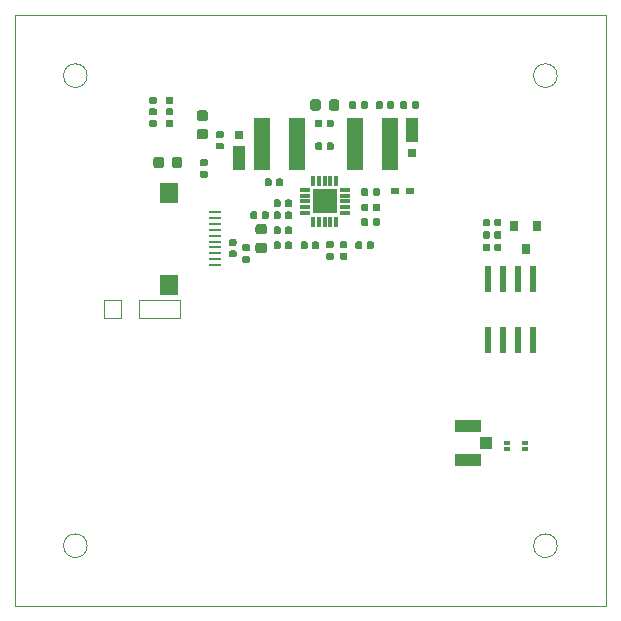
<source format=gbr>
%TF.GenerationSoftware,KiCad,Pcbnew,5.0.2-bee76a0~70~ubuntu18.04.1*%
%TF.CreationDate,2020-02-29T17:11:30-08:00*%
%TF.ProjectId,SolarCell+Y,536f6c61-7243-4656-9c6c-2b592e6b6963,rev?*%
%TF.SameCoordinates,Original*%
%TF.FileFunction,Paste,Bot*%
%TF.FilePolarity,Positive*%
%FSLAX46Y46*%
G04 Gerber Fmt 4.6, Leading zero omitted, Abs format (unit mm)*
G04 Created by KiCad (PCBNEW 5.0.2-bee76a0~70~ubuntu18.04.1) date Sat 29 Feb 2020 05:11:30 PM PST*
%MOMM*%
%LPD*%
G01*
G04 APERTURE LIST*
%ADD10C,0.050000*%
%ADD11R,1.500000X1.700000*%
%ADD12R,1.100000X0.250000*%
%ADD13R,0.500000X0.300000*%
%ADD14R,1.050000X1.050000*%
%ADD15R,2.250000X1.050000*%
%ADD16R,0.609600X2.209800*%
%ADD17C,0.100000*%
%ADD18C,0.590000*%
%ADD19R,0.800000X0.900000*%
%ADD20R,0.800000X0.800000*%
%ADD21R,1.100000X2.000000*%
%ADD22C,0.875000*%
%ADD23R,0.700000X0.500000*%
%ADD24R,2.150000X2.150000*%
%ADD25R,0.300000X0.900000*%
%ADD26R,0.900000X0.300000*%
%ADD27R,1.435100X4.394200*%
G04 APERTURE END LIST*
D10*
X160500000Y-65600000D02*
X160500000Y-64100000D01*
X164000000Y-65600000D02*
X160500000Y-65600000D01*
X164000000Y-64100000D02*
X164000000Y-65600000D01*
X160500000Y-64100000D02*
X164000000Y-64100000D01*
X159000000Y-64100000D02*
X157500000Y-64100000D01*
X159000000Y-65650000D02*
X159000000Y-64100000D01*
X157500000Y-65650000D02*
X159000000Y-65650000D01*
X157500000Y-64100000D02*
X157500000Y-65650000D01*
X200000000Y-40000000D02*
X150000000Y-40000000D01*
X150000000Y-90000000D02*
X200000000Y-90000000D01*
X150000000Y-40000000D02*
X150000000Y-90000000D01*
X195900000Y-45100000D02*
G75*
G03X195900000Y-45100000I-1000000J0D01*
G01*
X156100000Y-84900000D02*
G75*
G03X156100000Y-84900000I-1000000J0D01*
G01*
X156100000Y-45100000D02*
G75*
G03X156100000Y-45100000I-1000000J0D01*
G01*
X195900000Y-84900000D02*
G75*
G03X195900000Y-84900000I-1000000J0D01*
G01*
X200000000Y-90000000D02*
X200000000Y-40000000D01*
D11*
X162993240Y-54997520D03*
X162993240Y-62797520D03*
D12*
X166893240Y-56647520D03*
X166893240Y-57147520D03*
X166893240Y-57647520D03*
X166893240Y-58147520D03*
X166893240Y-58647520D03*
X166893240Y-59147520D03*
X166893240Y-59647520D03*
X166893240Y-60147520D03*
X166893240Y-60647520D03*
X166893240Y-61147520D03*
D13*
X191655000Y-76729000D03*
X193155000Y-76729000D03*
X193155000Y-76179000D03*
X191655000Y-76179000D03*
D14*
X189866000Y-76200000D03*
D15*
X188341000Y-77675000D03*
X188341000Y-74725000D03*
D16*
X190057000Y-67522200D03*
X191327000Y-67522200D03*
X192597000Y-67522200D03*
X193867000Y-67522200D03*
X193867000Y-62289800D03*
X192597000Y-62289800D03*
X191327000Y-62289800D03*
X190057000Y-62289800D03*
D17*
G36*
X190064958Y-59330710D02*
X190079276Y-59332834D01*
X190093317Y-59336351D01*
X190106946Y-59341228D01*
X190120031Y-59347417D01*
X190132447Y-59354858D01*
X190144073Y-59363481D01*
X190154798Y-59373202D01*
X190164519Y-59383927D01*
X190173142Y-59395553D01*
X190180583Y-59407969D01*
X190186772Y-59421054D01*
X190191649Y-59434683D01*
X190195166Y-59448724D01*
X190197290Y-59463042D01*
X190198000Y-59477500D01*
X190198000Y-59822500D01*
X190197290Y-59836958D01*
X190195166Y-59851276D01*
X190191649Y-59865317D01*
X190186772Y-59878946D01*
X190180583Y-59892031D01*
X190173142Y-59904447D01*
X190164519Y-59916073D01*
X190154798Y-59926798D01*
X190144073Y-59936519D01*
X190132447Y-59945142D01*
X190120031Y-59952583D01*
X190106946Y-59958772D01*
X190093317Y-59963649D01*
X190079276Y-59967166D01*
X190064958Y-59969290D01*
X190050500Y-59970000D01*
X189755500Y-59970000D01*
X189741042Y-59969290D01*
X189726724Y-59967166D01*
X189712683Y-59963649D01*
X189699054Y-59958772D01*
X189685969Y-59952583D01*
X189673553Y-59945142D01*
X189661927Y-59936519D01*
X189651202Y-59926798D01*
X189641481Y-59916073D01*
X189632858Y-59904447D01*
X189625417Y-59892031D01*
X189619228Y-59878946D01*
X189614351Y-59865317D01*
X189610834Y-59851276D01*
X189608710Y-59836958D01*
X189608000Y-59822500D01*
X189608000Y-59477500D01*
X189608710Y-59463042D01*
X189610834Y-59448724D01*
X189614351Y-59434683D01*
X189619228Y-59421054D01*
X189625417Y-59407969D01*
X189632858Y-59395553D01*
X189641481Y-59383927D01*
X189651202Y-59373202D01*
X189661927Y-59363481D01*
X189673553Y-59354858D01*
X189685969Y-59347417D01*
X189699054Y-59341228D01*
X189712683Y-59336351D01*
X189726724Y-59332834D01*
X189741042Y-59330710D01*
X189755500Y-59330000D01*
X190050500Y-59330000D01*
X190064958Y-59330710D01*
X190064958Y-59330710D01*
G37*
D18*
X189903000Y-59650000D03*
D17*
G36*
X191034958Y-59330710D02*
X191049276Y-59332834D01*
X191063317Y-59336351D01*
X191076946Y-59341228D01*
X191090031Y-59347417D01*
X191102447Y-59354858D01*
X191114073Y-59363481D01*
X191124798Y-59373202D01*
X191134519Y-59383927D01*
X191143142Y-59395553D01*
X191150583Y-59407969D01*
X191156772Y-59421054D01*
X191161649Y-59434683D01*
X191165166Y-59448724D01*
X191167290Y-59463042D01*
X191168000Y-59477500D01*
X191168000Y-59822500D01*
X191167290Y-59836958D01*
X191165166Y-59851276D01*
X191161649Y-59865317D01*
X191156772Y-59878946D01*
X191150583Y-59892031D01*
X191143142Y-59904447D01*
X191134519Y-59916073D01*
X191124798Y-59926798D01*
X191114073Y-59936519D01*
X191102447Y-59945142D01*
X191090031Y-59952583D01*
X191076946Y-59958772D01*
X191063317Y-59963649D01*
X191049276Y-59967166D01*
X191034958Y-59969290D01*
X191020500Y-59970000D01*
X190725500Y-59970000D01*
X190711042Y-59969290D01*
X190696724Y-59967166D01*
X190682683Y-59963649D01*
X190669054Y-59958772D01*
X190655969Y-59952583D01*
X190643553Y-59945142D01*
X190631927Y-59936519D01*
X190621202Y-59926798D01*
X190611481Y-59916073D01*
X190602858Y-59904447D01*
X190595417Y-59892031D01*
X190589228Y-59878946D01*
X190584351Y-59865317D01*
X190580834Y-59851276D01*
X190578710Y-59836958D01*
X190578000Y-59822500D01*
X190578000Y-59477500D01*
X190578710Y-59463042D01*
X190580834Y-59448724D01*
X190584351Y-59434683D01*
X190589228Y-59421054D01*
X190595417Y-59407969D01*
X190602858Y-59395553D01*
X190611481Y-59383927D01*
X190621202Y-59373202D01*
X190631927Y-59363481D01*
X190643553Y-59354858D01*
X190655969Y-59347417D01*
X190669054Y-59341228D01*
X190682683Y-59336351D01*
X190696724Y-59332834D01*
X190711042Y-59330710D01*
X190725500Y-59330000D01*
X191020500Y-59330000D01*
X191034958Y-59330710D01*
X191034958Y-59330710D01*
G37*
D18*
X190873000Y-59650000D03*
D17*
G36*
X190064958Y-58274710D02*
X190079276Y-58276834D01*
X190093317Y-58280351D01*
X190106946Y-58285228D01*
X190120031Y-58291417D01*
X190132447Y-58298858D01*
X190144073Y-58307481D01*
X190154798Y-58317202D01*
X190164519Y-58327927D01*
X190173142Y-58339553D01*
X190180583Y-58351969D01*
X190186772Y-58365054D01*
X190191649Y-58378683D01*
X190195166Y-58392724D01*
X190197290Y-58407042D01*
X190198000Y-58421500D01*
X190198000Y-58766500D01*
X190197290Y-58780958D01*
X190195166Y-58795276D01*
X190191649Y-58809317D01*
X190186772Y-58822946D01*
X190180583Y-58836031D01*
X190173142Y-58848447D01*
X190164519Y-58860073D01*
X190154798Y-58870798D01*
X190144073Y-58880519D01*
X190132447Y-58889142D01*
X190120031Y-58896583D01*
X190106946Y-58902772D01*
X190093317Y-58907649D01*
X190079276Y-58911166D01*
X190064958Y-58913290D01*
X190050500Y-58914000D01*
X189755500Y-58914000D01*
X189741042Y-58913290D01*
X189726724Y-58911166D01*
X189712683Y-58907649D01*
X189699054Y-58902772D01*
X189685969Y-58896583D01*
X189673553Y-58889142D01*
X189661927Y-58880519D01*
X189651202Y-58870798D01*
X189641481Y-58860073D01*
X189632858Y-58848447D01*
X189625417Y-58836031D01*
X189619228Y-58822946D01*
X189614351Y-58809317D01*
X189610834Y-58795276D01*
X189608710Y-58780958D01*
X189608000Y-58766500D01*
X189608000Y-58421500D01*
X189608710Y-58407042D01*
X189610834Y-58392724D01*
X189614351Y-58378683D01*
X189619228Y-58365054D01*
X189625417Y-58351969D01*
X189632858Y-58339553D01*
X189641481Y-58327927D01*
X189651202Y-58317202D01*
X189661927Y-58307481D01*
X189673553Y-58298858D01*
X189685969Y-58291417D01*
X189699054Y-58285228D01*
X189712683Y-58280351D01*
X189726724Y-58276834D01*
X189741042Y-58274710D01*
X189755500Y-58274000D01*
X190050500Y-58274000D01*
X190064958Y-58274710D01*
X190064958Y-58274710D01*
G37*
D18*
X189903000Y-58594000D03*
D17*
G36*
X191034958Y-58274710D02*
X191049276Y-58276834D01*
X191063317Y-58280351D01*
X191076946Y-58285228D01*
X191090031Y-58291417D01*
X191102447Y-58298858D01*
X191114073Y-58307481D01*
X191124798Y-58317202D01*
X191134519Y-58327927D01*
X191143142Y-58339553D01*
X191150583Y-58351969D01*
X191156772Y-58365054D01*
X191161649Y-58378683D01*
X191165166Y-58392724D01*
X191167290Y-58407042D01*
X191168000Y-58421500D01*
X191168000Y-58766500D01*
X191167290Y-58780958D01*
X191165166Y-58795276D01*
X191161649Y-58809317D01*
X191156772Y-58822946D01*
X191150583Y-58836031D01*
X191143142Y-58848447D01*
X191134519Y-58860073D01*
X191124798Y-58870798D01*
X191114073Y-58880519D01*
X191102447Y-58889142D01*
X191090031Y-58896583D01*
X191076946Y-58902772D01*
X191063317Y-58907649D01*
X191049276Y-58911166D01*
X191034958Y-58913290D01*
X191020500Y-58914000D01*
X190725500Y-58914000D01*
X190711042Y-58913290D01*
X190696724Y-58911166D01*
X190682683Y-58907649D01*
X190669054Y-58902772D01*
X190655969Y-58896583D01*
X190643553Y-58889142D01*
X190631927Y-58880519D01*
X190621202Y-58870798D01*
X190611481Y-58860073D01*
X190602858Y-58848447D01*
X190595417Y-58836031D01*
X190589228Y-58822946D01*
X190584351Y-58809317D01*
X190580834Y-58795276D01*
X190578710Y-58780958D01*
X190578000Y-58766500D01*
X190578000Y-58421500D01*
X190578710Y-58407042D01*
X190580834Y-58392724D01*
X190584351Y-58378683D01*
X190589228Y-58365054D01*
X190595417Y-58351969D01*
X190602858Y-58339553D01*
X190611481Y-58327927D01*
X190621202Y-58317202D01*
X190631927Y-58307481D01*
X190643553Y-58298858D01*
X190655969Y-58291417D01*
X190669054Y-58285228D01*
X190682683Y-58280351D01*
X190696724Y-58276834D01*
X190711042Y-58274710D01*
X190725500Y-58274000D01*
X191020500Y-58274000D01*
X191034958Y-58274710D01*
X191034958Y-58274710D01*
G37*
D18*
X190873000Y-58594000D03*
D17*
G36*
X190076958Y-57230710D02*
X190091276Y-57232834D01*
X190105317Y-57236351D01*
X190118946Y-57241228D01*
X190132031Y-57247417D01*
X190144447Y-57254858D01*
X190156073Y-57263481D01*
X190166798Y-57273202D01*
X190176519Y-57283927D01*
X190185142Y-57295553D01*
X190192583Y-57307969D01*
X190198772Y-57321054D01*
X190203649Y-57334683D01*
X190207166Y-57348724D01*
X190209290Y-57363042D01*
X190210000Y-57377500D01*
X190210000Y-57722500D01*
X190209290Y-57736958D01*
X190207166Y-57751276D01*
X190203649Y-57765317D01*
X190198772Y-57778946D01*
X190192583Y-57792031D01*
X190185142Y-57804447D01*
X190176519Y-57816073D01*
X190166798Y-57826798D01*
X190156073Y-57836519D01*
X190144447Y-57845142D01*
X190132031Y-57852583D01*
X190118946Y-57858772D01*
X190105317Y-57863649D01*
X190091276Y-57867166D01*
X190076958Y-57869290D01*
X190062500Y-57870000D01*
X189767500Y-57870000D01*
X189753042Y-57869290D01*
X189738724Y-57867166D01*
X189724683Y-57863649D01*
X189711054Y-57858772D01*
X189697969Y-57852583D01*
X189685553Y-57845142D01*
X189673927Y-57836519D01*
X189663202Y-57826798D01*
X189653481Y-57816073D01*
X189644858Y-57804447D01*
X189637417Y-57792031D01*
X189631228Y-57778946D01*
X189626351Y-57765317D01*
X189622834Y-57751276D01*
X189620710Y-57736958D01*
X189620000Y-57722500D01*
X189620000Y-57377500D01*
X189620710Y-57363042D01*
X189622834Y-57348724D01*
X189626351Y-57334683D01*
X189631228Y-57321054D01*
X189637417Y-57307969D01*
X189644858Y-57295553D01*
X189653481Y-57283927D01*
X189663202Y-57273202D01*
X189673927Y-57263481D01*
X189685553Y-57254858D01*
X189697969Y-57247417D01*
X189711054Y-57241228D01*
X189724683Y-57236351D01*
X189738724Y-57232834D01*
X189753042Y-57230710D01*
X189767500Y-57230000D01*
X190062500Y-57230000D01*
X190076958Y-57230710D01*
X190076958Y-57230710D01*
G37*
D18*
X189915000Y-57550000D03*
D17*
G36*
X191046958Y-57230710D02*
X191061276Y-57232834D01*
X191075317Y-57236351D01*
X191088946Y-57241228D01*
X191102031Y-57247417D01*
X191114447Y-57254858D01*
X191126073Y-57263481D01*
X191136798Y-57273202D01*
X191146519Y-57283927D01*
X191155142Y-57295553D01*
X191162583Y-57307969D01*
X191168772Y-57321054D01*
X191173649Y-57334683D01*
X191177166Y-57348724D01*
X191179290Y-57363042D01*
X191180000Y-57377500D01*
X191180000Y-57722500D01*
X191179290Y-57736958D01*
X191177166Y-57751276D01*
X191173649Y-57765317D01*
X191168772Y-57778946D01*
X191162583Y-57792031D01*
X191155142Y-57804447D01*
X191146519Y-57816073D01*
X191136798Y-57826798D01*
X191126073Y-57836519D01*
X191114447Y-57845142D01*
X191102031Y-57852583D01*
X191088946Y-57858772D01*
X191075317Y-57863649D01*
X191061276Y-57867166D01*
X191046958Y-57869290D01*
X191032500Y-57870000D01*
X190737500Y-57870000D01*
X190723042Y-57869290D01*
X190708724Y-57867166D01*
X190694683Y-57863649D01*
X190681054Y-57858772D01*
X190667969Y-57852583D01*
X190655553Y-57845142D01*
X190643927Y-57836519D01*
X190633202Y-57826798D01*
X190623481Y-57816073D01*
X190614858Y-57804447D01*
X190607417Y-57792031D01*
X190601228Y-57778946D01*
X190596351Y-57765317D01*
X190592834Y-57751276D01*
X190590710Y-57736958D01*
X190590000Y-57722500D01*
X190590000Y-57377500D01*
X190590710Y-57363042D01*
X190592834Y-57348724D01*
X190596351Y-57334683D01*
X190601228Y-57321054D01*
X190607417Y-57307969D01*
X190614858Y-57295553D01*
X190623481Y-57283927D01*
X190633202Y-57273202D01*
X190643927Y-57263481D01*
X190655553Y-57254858D01*
X190667969Y-57247417D01*
X190681054Y-57241228D01*
X190694683Y-57236351D01*
X190708724Y-57232834D01*
X190723042Y-57230710D01*
X190737500Y-57230000D01*
X191032500Y-57230000D01*
X191046958Y-57230710D01*
X191046958Y-57230710D01*
G37*
D18*
X190885000Y-57550000D03*
D17*
G36*
X168614358Y-58936110D02*
X168628676Y-58938234D01*
X168642717Y-58941751D01*
X168656346Y-58946628D01*
X168669431Y-58952817D01*
X168681847Y-58960258D01*
X168693473Y-58968881D01*
X168704198Y-58978602D01*
X168713919Y-58989327D01*
X168722542Y-59000953D01*
X168729983Y-59013369D01*
X168736172Y-59026454D01*
X168741049Y-59040083D01*
X168744566Y-59054124D01*
X168746690Y-59068442D01*
X168747400Y-59082900D01*
X168747400Y-59377900D01*
X168746690Y-59392358D01*
X168744566Y-59406676D01*
X168741049Y-59420717D01*
X168736172Y-59434346D01*
X168729983Y-59447431D01*
X168722542Y-59459847D01*
X168713919Y-59471473D01*
X168704198Y-59482198D01*
X168693473Y-59491919D01*
X168681847Y-59500542D01*
X168669431Y-59507983D01*
X168656346Y-59514172D01*
X168642717Y-59519049D01*
X168628676Y-59522566D01*
X168614358Y-59524690D01*
X168599900Y-59525400D01*
X168254900Y-59525400D01*
X168240442Y-59524690D01*
X168226124Y-59522566D01*
X168212083Y-59519049D01*
X168198454Y-59514172D01*
X168185369Y-59507983D01*
X168172953Y-59500542D01*
X168161327Y-59491919D01*
X168150602Y-59482198D01*
X168140881Y-59471473D01*
X168132258Y-59459847D01*
X168124817Y-59447431D01*
X168118628Y-59434346D01*
X168113751Y-59420717D01*
X168110234Y-59406676D01*
X168108110Y-59392358D01*
X168107400Y-59377900D01*
X168107400Y-59082900D01*
X168108110Y-59068442D01*
X168110234Y-59054124D01*
X168113751Y-59040083D01*
X168118628Y-59026454D01*
X168124817Y-59013369D01*
X168132258Y-59000953D01*
X168140881Y-58989327D01*
X168150602Y-58978602D01*
X168161327Y-58968881D01*
X168172953Y-58960258D01*
X168185369Y-58952817D01*
X168198454Y-58946628D01*
X168212083Y-58941751D01*
X168226124Y-58938234D01*
X168240442Y-58936110D01*
X168254900Y-58935400D01*
X168599900Y-58935400D01*
X168614358Y-58936110D01*
X168614358Y-58936110D01*
G37*
D18*
X168427400Y-59230400D03*
D17*
G36*
X168614358Y-59906110D02*
X168628676Y-59908234D01*
X168642717Y-59911751D01*
X168656346Y-59916628D01*
X168669431Y-59922817D01*
X168681847Y-59930258D01*
X168693473Y-59938881D01*
X168704198Y-59948602D01*
X168713919Y-59959327D01*
X168722542Y-59970953D01*
X168729983Y-59983369D01*
X168736172Y-59996454D01*
X168741049Y-60010083D01*
X168744566Y-60024124D01*
X168746690Y-60038442D01*
X168747400Y-60052900D01*
X168747400Y-60347900D01*
X168746690Y-60362358D01*
X168744566Y-60376676D01*
X168741049Y-60390717D01*
X168736172Y-60404346D01*
X168729983Y-60417431D01*
X168722542Y-60429847D01*
X168713919Y-60441473D01*
X168704198Y-60452198D01*
X168693473Y-60461919D01*
X168681847Y-60470542D01*
X168669431Y-60477983D01*
X168656346Y-60484172D01*
X168642717Y-60489049D01*
X168628676Y-60492566D01*
X168614358Y-60494690D01*
X168599900Y-60495400D01*
X168254900Y-60495400D01*
X168240442Y-60494690D01*
X168226124Y-60492566D01*
X168212083Y-60489049D01*
X168198454Y-60484172D01*
X168185369Y-60477983D01*
X168172953Y-60470542D01*
X168161327Y-60461919D01*
X168150602Y-60452198D01*
X168140881Y-60441473D01*
X168132258Y-60429847D01*
X168124817Y-60417431D01*
X168118628Y-60404346D01*
X168113751Y-60390717D01*
X168110234Y-60376676D01*
X168108110Y-60362358D01*
X168107400Y-60347900D01*
X168107400Y-60052900D01*
X168108110Y-60038442D01*
X168110234Y-60024124D01*
X168113751Y-60010083D01*
X168118628Y-59996454D01*
X168124817Y-59983369D01*
X168132258Y-59970953D01*
X168140881Y-59959327D01*
X168150602Y-59948602D01*
X168161327Y-59938881D01*
X168172953Y-59930258D01*
X168185369Y-59922817D01*
X168198454Y-59916628D01*
X168212083Y-59911751D01*
X168226124Y-59908234D01*
X168240442Y-59906110D01*
X168254900Y-59905400D01*
X168599900Y-59905400D01*
X168614358Y-59906110D01*
X168614358Y-59906110D01*
G37*
D18*
X168427400Y-60200400D03*
D19*
X193232000Y-59810000D03*
X194182000Y-57810000D03*
X192282000Y-57810000D03*
D20*
X183591200Y-51618200D03*
D21*
X183591200Y-49718200D03*
D17*
G36*
X166175958Y-53149710D02*
X166190276Y-53151834D01*
X166204317Y-53155351D01*
X166217946Y-53160228D01*
X166231031Y-53166417D01*
X166243447Y-53173858D01*
X166255073Y-53182481D01*
X166265798Y-53192202D01*
X166275519Y-53202927D01*
X166284142Y-53214553D01*
X166291583Y-53226969D01*
X166297772Y-53240054D01*
X166302649Y-53253683D01*
X166306166Y-53267724D01*
X166308290Y-53282042D01*
X166309000Y-53296500D01*
X166309000Y-53591500D01*
X166308290Y-53605958D01*
X166306166Y-53620276D01*
X166302649Y-53634317D01*
X166297772Y-53647946D01*
X166291583Y-53661031D01*
X166284142Y-53673447D01*
X166275519Y-53685073D01*
X166265798Y-53695798D01*
X166255073Y-53705519D01*
X166243447Y-53714142D01*
X166231031Y-53721583D01*
X166217946Y-53727772D01*
X166204317Y-53732649D01*
X166190276Y-53736166D01*
X166175958Y-53738290D01*
X166161500Y-53739000D01*
X165816500Y-53739000D01*
X165802042Y-53738290D01*
X165787724Y-53736166D01*
X165773683Y-53732649D01*
X165760054Y-53727772D01*
X165746969Y-53721583D01*
X165734553Y-53714142D01*
X165722927Y-53705519D01*
X165712202Y-53695798D01*
X165702481Y-53685073D01*
X165693858Y-53673447D01*
X165686417Y-53661031D01*
X165680228Y-53647946D01*
X165675351Y-53634317D01*
X165671834Y-53620276D01*
X165669710Y-53605958D01*
X165669000Y-53591500D01*
X165669000Y-53296500D01*
X165669710Y-53282042D01*
X165671834Y-53267724D01*
X165675351Y-53253683D01*
X165680228Y-53240054D01*
X165686417Y-53226969D01*
X165693858Y-53214553D01*
X165702481Y-53202927D01*
X165712202Y-53192202D01*
X165722927Y-53182481D01*
X165734553Y-53173858D01*
X165746969Y-53166417D01*
X165760054Y-53160228D01*
X165773683Y-53155351D01*
X165787724Y-53151834D01*
X165802042Y-53149710D01*
X165816500Y-53149000D01*
X166161500Y-53149000D01*
X166175958Y-53149710D01*
X166175958Y-53149710D01*
G37*
D18*
X165989000Y-53444000D03*
D17*
G36*
X166175958Y-52179710D02*
X166190276Y-52181834D01*
X166204317Y-52185351D01*
X166217946Y-52190228D01*
X166231031Y-52196417D01*
X166243447Y-52203858D01*
X166255073Y-52212481D01*
X166265798Y-52222202D01*
X166275519Y-52232927D01*
X166284142Y-52244553D01*
X166291583Y-52256969D01*
X166297772Y-52270054D01*
X166302649Y-52283683D01*
X166306166Y-52297724D01*
X166308290Y-52312042D01*
X166309000Y-52326500D01*
X166309000Y-52621500D01*
X166308290Y-52635958D01*
X166306166Y-52650276D01*
X166302649Y-52664317D01*
X166297772Y-52677946D01*
X166291583Y-52691031D01*
X166284142Y-52703447D01*
X166275519Y-52715073D01*
X166265798Y-52725798D01*
X166255073Y-52735519D01*
X166243447Y-52744142D01*
X166231031Y-52751583D01*
X166217946Y-52757772D01*
X166204317Y-52762649D01*
X166190276Y-52766166D01*
X166175958Y-52768290D01*
X166161500Y-52769000D01*
X165816500Y-52769000D01*
X165802042Y-52768290D01*
X165787724Y-52766166D01*
X165773683Y-52762649D01*
X165760054Y-52757772D01*
X165746969Y-52751583D01*
X165734553Y-52744142D01*
X165722927Y-52735519D01*
X165712202Y-52725798D01*
X165702481Y-52715073D01*
X165693858Y-52703447D01*
X165686417Y-52691031D01*
X165680228Y-52677946D01*
X165675351Y-52664317D01*
X165671834Y-52650276D01*
X165669710Y-52635958D01*
X165669000Y-52621500D01*
X165669000Y-52326500D01*
X165669710Y-52312042D01*
X165671834Y-52297724D01*
X165675351Y-52283683D01*
X165680228Y-52270054D01*
X165686417Y-52256969D01*
X165693858Y-52244553D01*
X165702481Y-52232927D01*
X165712202Y-52222202D01*
X165722927Y-52212481D01*
X165734553Y-52203858D01*
X165746969Y-52196417D01*
X165760054Y-52190228D01*
X165773683Y-52185351D01*
X165787724Y-52181834D01*
X165802042Y-52179710D01*
X165816500Y-52179000D01*
X166161500Y-52179000D01*
X166175958Y-52179710D01*
X166175958Y-52179710D01*
G37*
D18*
X165989000Y-52474000D03*
D17*
G36*
X171107931Y-57668493D02*
X171129166Y-57671643D01*
X171149990Y-57676859D01*
X171170202Y-57684091D01*
X171189608Y-57693270D01*
X171208021Y-57704306D01*
X171225264Y-57717094D01*
X171241170Y-57731510D01*
X171255586Y-57747416D01*
X171268374Y-57764659D01*
X171279410Y-57783072D01*
X171288589Y-57802478D01*
X171295821Y-57822690D01*
X171301037Y-57843514D01*
X171304187Y-57864749D01*
X171305240Y-57886190D01*
X171305240Y-58323690D01*
X171304187Y-58345131D01*
X171301037Y-58366366D01*
X171295821Y-58387190D01*
X171288589Y-58407402D01*
X171279410Y-58426808D01*
X171268374Y-58445221D01*
X171255586Y-58462464D01*
X171241170Y-58478370D01*
X171225264Y-58492786D01*
X171208021Y-58505574D01*
X171189608Y-58516610D01*
X171170202Y-58525789D01*
X171149990Y-58533021D01*
X171129166Y-58538237D01*
X171107931Y-58541387D01*
X171086490Y-58542440D01*
X170573990Y-58542440D01*
X170552549Y-58541387D01*
X170531314Y-58538237D01*
X170510490Y-58533021D01*
X170490278Y-58525789D01*
X170470872Y-58516610D01*
X170452459Y-58505574D01*
X170435216Y-58492786D01*
X170419310Y-58478370D01*
X170404894Y-58462464D01*
X170392106Y-58445221D01*
X170381070Y-58426808D01*
X170371891Y-58407402D01*
X170364659Y-58387190D01*
X170359443Y-58366366D01*
X170356293Y-58345131D01*
X170355240Y-58323690D01*
X170355240Y-57886190D01*
X170356293Y-57864749D01*
X170359443Y-57843514D01*
X170364659Y-57822690D01*
X170371891Y-57802478D01*
X170381070Y-57783072D01*
X170392106Y-57764659D01*
X170404894Y-57747416D01*
X170419310Y-57731510D01*
X170435216Y-57717094D01*
X170452459Y-57704306D01*
X170470872Y-57693270D01*
X170490278Y-57684091D01*
X170510490Y-57676859D01*
X170531314Y-57671643D01*
X170552549Y-57668493D01*
X170573990Y-57667440D01*
X171086490Y-57667440D01*
X171107931Y-57668493D01*
X171107931Y-57668493D01*
G37*
D22*
X170830240Y-58104940D03*
D17*
G36*
X171107931Y-59243493D02*
X171129166Y-59246643D01*
X171149990Y-59251859D01*
X171170202Y-59259091D01*
X171189608Y-59268270D01*
X171208021Y-59279306D01*
X171225264Y-59292094D01*
X171241170Y-59306510D01*
X171255586Y-59322416D01*
X171268374Y-59339659D01*
X171279410Y-59358072D01*
X171288589Y-59377478D01*
X171295821Y-59397690D01*
X171301037Y-59418514D01*
X171304187Y-59439749D01*
X171305240Y-59461190D01*
X171305240Y-59898690D01*
X171304187Y-59920131D01*
X171301037Y-59941366D01*
X171295821Y-59962190D01*
X171288589Y-59982402D01*
X171279410Y-60001808D01*
X171268374Y-60020221D01*
X171255586Y-60037464D01*
X171241170Y-60053370D01*
X171225264Y-60067786D01*
X171208021Y-60080574D01*
X171189608Y-60091610D01*
X171170202Y-60100789D01*
X171149990Y-60108021D01*
X171129166Y-60113237D01*
X171107931Y-60116387D01*
X171086490Y-60117440D01*
X170573990Y-60117440D01*
X170552549Y-60116387D01*
X170531314Y-60113237D01*
X170510490Y-60108021D01*
X170490278Y-60100789D01*
X170470872Y-60091610D01*
X170452459Y-60080574D01*
X170435216Y-60067786D01*
X170419310Y-60053370D01*
X170404894Y-60037464D01*
X170392106Y-60020221D01*
X170381070Y-60001808D01*
X170371891Y-59982402D01*
X170364659Y-59962190D01*
X170359443Y-59941366D01*
X170356293Y-59920131D01*
X170355240Y-59898690D01*
X170355240Y-59461190D01*
X170356293Y-59439749D01*
X170359443Y-59418514D01*
X170364659Y-59397690D01*
X170371891Y-59377478D01*
X170381070Y-59358072D01*
X170392106Y-59339659D01*
X170404894Y-59322416D01*
X170419310Y-59306510D01*
X170435216Y-59292094D01*
X170452459Y-59279306D01*
X170470872Y-59268270D01*
X170490278Y-59259091D01*
X170510490Y-59251859D01*
X170531314Y-59246643D01*
X170552549Y-59243493D01*
X170573990Y-59242440D01*
X171086490Y-59242440D01*
X171107931Y-59243493D01*
X171107931Y-59243493D01*
G37*
D22*
X170830240Y-59679940D03*
D17*
G36*
X175861538Y-48830494D02*
X175875856Y-48832618D01*
X175889897Y-48836135D01*
X175903526Y-48841012D01*
X175916611Y-48847201D01*
X175929027Y-48854642D01*
X175940653Y-48863265D01*
X175951378Y-48872986D01*
X175961099Y-48883711D01*
X175969722Y-48895337D01*
X175977163Y-48907753D01*
X175983352Y-48920838D01*
X175988229Y-48934467D01*
X175991746Y-48948508D01*
X175993870Y-48962826D01*
X175994580Y-48977284D01*
X175994580Y-49322284D01*
X175993870Y-49336742D01*
X175991746Y-49351060D01*
X175988229Y-49365101D01*
X175983352Y-49378730D01*
X175977163Y-49391815D01*
X175969722Y-49404231D01*
X175961099Y-49415857D01*
X175951378Y-49426582D01*
X175940653Y-49436303D01*
X175929027Y-49444926D01*
X175916611Y-49452367D01*
X175903526Y-49458556D01*
X175889897Y-49463433D01*
X175875856Y-49466950D01*
X175861538Y-49469074D01*
X175847080Y-49469784D01*
X175552080Y-49469784D01*
X175537622Y-49469074D01*
X175523304Y-49466950D01*
X175509263Y-49463433D01*
X175495634Y-49458556D01*
X175482549Y-49452367D01*
X175470133Y-49444926D01*
X175458507Y-49436303D01*
X175447782Y-49426582D01*
X175438061Y-49415857D01*
X175429438Y-49404231D01*
X175421997Y-49391815D01*
X175415808Y-49378730D01*
X175410931Y-49365101D01*
X175407414Y-49351060D01*
X175405290Y-49336742D01*
X175404580Y-49322284D01*
X175404580Y-48977284D01*
X175405290Y-48962826D01*
X175407414Y-48948508D01*
X175410931Y-48934467D01*
X175415808Y-48920838D01*
X175421997Y-48907753D01*
X175429438Y-48895337D01*
X175438061Y-48883711D01*
X175447782Y-48872986D01*
X175458507Y-48863265D01*
X175470133Y-48854642D01*
X175482549Y-48847201D01*
X175495634Y-48841012D01*
X175509263Y-48836135D01*
X175523304Y-48832618D01*
X175537622Y-48830494D01*
X175552080Y-48829784D01*
X175847080Y-48829784D01*
X175861538Y-48830494D01*
X175861538Y-48830494D01*
G37*
D18*
X175699580Y-49149784D03*
D17*
G36*
X176831538Y-48830494D02*
X176845856Y-48832618D01*
X176859897Y-48836135D01*
X176873526Y-48841012D01*
X176886611Y-48847201D01*
X176899027Y-48854642D01*
X176910653Y-48863265D01*
X176921378Y-48872986D01*
X176931099Y-48883711D01*
X176939722Y-48895337D01*
X176947163Y-48907753D01*
X176953352Y-48920838D01*
X176958229Y-48934467D01*
X176961746Y-48948508D01*
X176963870Y-48962826D01*
X176964580Y-48977284D01*
X176964580Y-49322284D01*
X176963870Y-49336742D01*
X176961746Y-49351060D01*
X176958229Y-49365101D01*
X176953352Y-49378730D01*
X176947163Y-49391815D01*
X176939722Y-49404231D01*
X176931099Y-49415857D01*
X176921378Y-49426582D01*
X176910653Y-49436303D01*
X176899027Y-49444926D01*
X176886611Y-49452367D01*
X176873526Y-49458556D01*
X176859897Y-49463433D01*
X176845856Y-49466950D01*
X176831538Y-49469074D01*
X176817080Y-49469784D01*
X176522080Y-49469784D01*
X176507622Y-49469074D01*
X176493304Y-49466950D01*
X176479263Y-49463433D01*
X176465634Y-49458556D01*
X176452549Y-49452367D01*
X176440133Y-49444926D01*
X176428507Y-49436303D01*
X176417782Y-49426582D01*
X176408061Y-49415857D01*
X176399438Y-49404231D01*
X176391997Y-49391815D01*
X176385808Y-49378730D01*
X176380931Y-49365101D01*
X176377414Y-49351060D01*
X176375290Y-49336742D01*
X176374580Y-49322284D01*
X176374580Y-48977284D01*
X176375290Y-48962826D01*
X176377414Y-48948508D01*
X176380931Y-48934467D01*
X176385808Y-48920838D01*
X176391997Y-48907753D01*
X176399438Y-48895337D01*
X176408061Y-48883711D01*
X176417782Y-48872986D01*
X176428507Y-48863265D01*
X176440133Y-48854642D01*
X176452549Y-48847201D01*
X176465634Y-48841012D01*
X176479263Y-48836135D01*
X176493304Y-48832618D01*
X176507622Y-48830494D01*
X176522080Y-48829784D01*
X176817080Y-48829784D01*
X176831538Y-48830494D01*
X176831538Y-48830494D01*
G37*
D18*
X176669580Y-49149784D03*
D17*
G36*
X162393691Y-51977053D02*
X162414926Y-51980203D01*
X162435750Y-51985419D01*
X162455962Y-51992651D01*
X162475368Y-52001830D01*
X162493781Y-52012866D01*
X162511024Y-52025654D01*
X162526930Y-52040070D01*
X162541346Y-52055976D01*
X162554134Y-52073219D01*
X162565170Y-52091632D01*
X162574349Y-52111038D01*
X162581581Y-52131250D01*
X162586797Y-52152074D01*
X162589947Y-52173309D01*
X162591000Y-52194750D01*
X162591000Y-52707250D01*
X162589947Y-52728691D01*
X162586797Y-52749926D01*
X162581581Y-52770750D01*
X162574349Y-52790962D01*
X162565170Y-52810368D01*
X162554134Y-52828781D01*
X162541346Y-52846024D01*
X162526930Y-52861930D01*
X162511024Y-52876346D01*
X162493781Y-52889134D01*
X162475368Y-52900170D01*
X162455962Y-52909349D01*
X162435750Y-52916581D01*
X162414926Y-52921797D01*
X162393691Y-52924947D01*
X162372250Y-52926000D01*
X161934750Y-52926000D01*
X161913309Y-52924947D01*
X161892074Y-52921797D01*
X161871250Y-52916581D01*
X161851038Y-52909349D01*
X161831632Y-52900170D01*
X161813219Y-52889134D01*
X161795976Y-52876346D01*
X161780070Y-52861930D01*
X161765654Y-52846024D01*
X161752866Y-52828781D01*
X161741830Y-52810368D01*
X161732651Y-52790962D01*
X161725419Y-52770750D01*
X161720203Y-52749926D01*
X161717053Y-52728691D01*
X161716000Y-52707250D01*
X161716000Y-52194750D01*
X161717053Y-52173309D01*
X161720203Y-52152074D01*
X161725419Y-52131250D01*
X161732651Y-52111038D01*
X161741830Y-52091632D01*
X161752866Y-52073219D01*
X161765654Y-52055976D01*
X161780070Y-52040070D01*
X161795976Y-52025654D01*
X161813219Y-52012866D01*
X161831632Y-52001830D01*
X161851038Y-51992651D01*
X161871250Y-51985419D01*
X161892074Y-51980203D01*
X161913309Y-51977053D01*
X161934750Y-51976000D01*
X162372250Y-51976000D01*
X162393691Y-51977053D01*
X162393691Y-51977053D01*
G37*
D22*
X162153500Y-52451000D03*
D17*
G36*
X163968691Y-51977053D02*
X163989926Y-51980203D01*
X164010750Y-51985419D01*
X164030962Y-51992651D01*
X164050368Y-52001830D01*
X164068781Y-52012866D01*
X164086024Y-52025654D01*
X164101930Y-52040070D01*
X164116346Y-52055976D01*
X164129134Y-52073219D01*
X164140170Y-52091632D01*
X164149349Y-52111038D01*
X164156581Y-52131250D01*
X164161797Y-52152074D01*
X164164947Y-52173309D01*
X164166000Y-52194750D01*
X164166000Y-52707250D01*
X164164947Y-52728691D01*
X164161797Y-52749926D01*
X164156581Y-52770750D01*
X164149349Y-52790962D01*
X164140170Y-52810368D01*
X164129134Y-52828781D01*
X164116346Y-52846024D01*
X164101930Y-52861930D01*
X164086024Y-52876346D01*
X164068781Y-52889134D01*
X164050368Y-52900170D01*
X164030962Y-52909349D01*
X164010750Y-52916581D01*
X163989926Y-52921797D01*
X163968691Y-52924947D01*
X163947250Y-52926000D01*
X163509750Y-52926000D01*
X163488309Y-52924947D01*
X163467074Y-52921797D01*
X163446250Y-52916581D01*
X163426038Y-52909349D01*
X163406632Y-52900170D01*
X163388219Y-52889134D01*
X163370976Y-52876346D01*
X163355070Y-52861930D01*
X163340654Y-52846024D01*
X163327866Y-52828781D01*
X163316830Y-52810368D01*
X163307651Y-52790962D01*
X163300419Y-52770750D01*
X163295203Y-52749926D01*
X163292053Y-52728691D01*
X163291000Y-52707250D01*
X163291000Y-52194750D01*
X163292053Y-52173309D01*
X163295203Y-52152074D01*
X163300419Y-52131250D01*
X163307651Y-52111038D01*
X163316830Y-52091632D01*
X163327866Y-52073219D01*
X163340654Y-52055976D01*
X163355070Y-52040070D01*
X163370976Y-52025654D01*
X163388219Y-52012866D01*
X163406632Y-52001830D01*
X163426038Y-51992651D01*
X163446250Y-51985419D01*
X163467074Y-51980203D01*
X163488309Y-51977053D01*
X163509750Y-51976000D01*
X163947250Y-51976000D01*
X163968691Y-51977053D01*
X163968691Y-51977053D01*
G37*
D22*
X163728500Y-52451000D03*
D23*
X182153000Y-54864000D03*
X183453000Y-54864000D03*
D24*
X176204580Y-55753784D03*
D25*
X177204580Y-54053784D03*
X176704580Y-54053784D03*
X176204580Y-54053784D03*
X175704580Y-54053784D03*
X175204580Y-54053784D03*
D26*
X174504580Y-54753784D03*
X174504580Y-55253784D03*
X174504580Y-55753784D03*
X174504580Y-56253784D03*
X174504580Y-56753784D03*
D25*
X175204580Y-57453784D03*
X175704580Y-57453784D03*
X176204580Y-57453784D03*
X176704580Y-57453784D03*
X177204580Y-57453784D03*
D26*
X177904580Y-56753784D03*
X177904580Y-56253784D03*
X177904580Y-55753784D03*
X177904580Y-55253784D03*
X177904580Y-54753784D03*
D20*
X168988740Y-50149440D03*
D21*
X168988740Y-52049440D03*
D17*
G36*
X179270198Y-59144650D02*
X179284516Y-59146774D01*
X179298557Y-59150291D01*
X179312186Y-59155168D01*
X179325271Y-59161357D01*
X179337687Y-59168798D01*
X179349313Y-59177421D01*
X179360038Y-59187142D01*
X179369759Y-59197867D01*
X179378382Y-59209493D01*
X179385823Y-59221909D01*
X179392012Y-59234994D01*
X179396889Y-59248623D01*
X179400406Y-59262664D01*
X179402530Y-59276982D01*
X179403240Y-59291440D01*
X179403240Y-59636440D01*
X179402530Y-59650898D01*
X179400406Y-59665216D01*
X179396889Y-59679257D01*
X179392012Y-59692886D01*
X179385823Y-59705971D01*
X179378382Y-59718387D01*
X179369759Y-59730013D01*
X179360038Y-59740738D01*
X179349313Y-59750459D01*
X179337687Y-59759082D01*
X179325271Y-59766523D01*
X179312186Y-59772712D01*
X179298557Y-59777589D01*
X179284516Y-59781106D01*
X179270198Y-59783230D01*
X179255740Y-59783940D01*
X178960740Y-59783940D01*
X178946282Y-59783230D01*
X178931964Y-59781106D01*
X178917923Y-59777589D01*
X178904294Y-59772712D01*
X178891209Y-59766523D01*
X178878793Y-59759082D01*
X178867167Y-59750459D01*
X178856442Y-59740738D01*
X178846721Y-59730013D01*
X178838098Y-59718387D01*
X178830657Y-59705971D01*
X178824468Y-59692886D01*
X178819591Y-59679257D01*
X178816074Y-59665216D01*
X178813950Y-59650898D01*
X178813240Y-59636440D01*
X178813240Y-59291440D01*
X178813950Y-59276982D01*
X178816074Y-59262664D01*
X178819591Y-59248623D01*
X178824468Y-59234994D01*
X178830657Y-59221909D01*
X178838098Y-59209493D01*
X178846721Y-59197867D01*
X178856442Y-59187142D01*
X178867167Y-59177421D01*
X178878793Y-59168798D01*
X178891209Y-59161357D01*
X178904294Y-59155168D01*
X178917923Y-59150291D01*
X178931964Y-59146774D01*
X178946282Y-59144650D01*
X178960740Y-59143940D01*
X179255740Y-59143940D01*
X179270198Y-59144650D01*
X179270198Y-59144650D01*
G37*
D18*
X179108240Y-59463940D03*
D17*
G36*
X180240198Y-59144650D02*
X180254516Y-59146774D01*
X180268557Y-59150291D01*
X180282186Y-59155168D01*
X180295271Y-59161357D01*
X180307687Y-59168798D01*
X180319313Y-59177421D01*
X180330038Y-59187142D01*
X180339759Y-59197867D01*
X180348382Y-59209493D01*
X180355823Y-59221909D01*
X180362012Y-59234994D01*
X180366889Y-59248623D01*
X180370406Y-59262664D01*
X180372530Y-59276982D01*
X180373240Y-59291440D01*
X180373240Y-59636440D01*
X180372530Y-59650898D01*
X180370406Y-59665216D01*
X180366889Y-59679257D01*
X180362012Y-59692886D01*
X180355823Y-59705971D01*
X180348382Y-59718387D01*
X180339759Y-59730013D01*
X180330038Y-59740738D01*
X180319313Y-59750459D01*
X180307687Y-59759082D01*
X180295271Y-59766523D01*
X180282186Y-59772712D01*
X180268557Y-59777589D01*
X180254516Y-59781106D01*
X180240198Y-59783230D01*
X180225740Y-59783940D01*
X179930740Y-59783940D01*
X179916282Y-59783230D01*
X179901964Y-59781106D01*
X179887923Y-59777589D01*
X179874294Y-59772712D01*
X179861209Y-59766523D01*
X179848793Y-59759082D01*
X179837167Y-59750459D01*
X179826442Y-59740738D01*
X179816721Y-59730013D01*
X179808098Y-59718387D01*
X179800657Y-59705971D01*
X179794468Y-59692886D01*
X179789591Y-59679257D01*
X179786074Y-59665216D01*
X179783950Y-59650898D01*
X179783240Y-59636440D01*
X179783240Y-59291440D01*
X179783950Y-59276982D01*
X179786074Y-59262664D01*
X179789591Y-59248623D01*
X179794468Y-59234994D01*
X179800657Y-59221909D01*
X179808098Y-59209493D01*
X179816721Y-59197867D01*
X179826442Y-59187142D01*
X179837167Y-59177421D01*
X179848793Y-59168798D01*
X179861209Y-59161357D01*
X179874294Y-59155168D01*
X179887923Y-59150291D01*
X179901964Y-59146774D01*
X179916282Y-59144650D01*
X179930740Y-59143940D01*
X180225740Y-59143940D01*
X180240198Y-59144650D01*
X180240198Y-59144650D01*
G37*
D18*
X180078240Y-59463940D03*
D17*
G36*
X178002198Y-60099150D02*
X178016516Y-60101274D01*
X178030557Y-60104791D01*
X178044186Y-60109668D01*
X178057271Y-60115857D01*
X178069687Y-60123298D01*
X178081313Y-60131921D01*
X178092038Y-60141642D01*
X178101759Y-60152367D01*
X178110382Y-60163993D01*
X178117823Y-60176409D01*
X178124012Y-60189494D01*
X178128889Y-60203123D01*
X178132406Y-60217164D01*
X178134530Y-60231482D01*
X178135240Y-60245940D01*
X178135240Y-60540940D01*
X178134530Y-60555398D01*
X178132406Y-60569716D01*
X178128889Y-60583757D01*
X178124012Y-60597386D01*
X178117823Y-60610471D01*
X178110382Y-60622887D01*
X178101759Y-60634513D01*
X178092038Y-60645238D01*
X178081313Y-60654959D01*
X178069687Y-60663582D01*
X178057271Y-60671023D01*
X178044186Y-60677212D01*
X178030557Y-60682089D01*
X178016516Y-60685606D01*
X178002198Y-60687730D01*
X177987740Y-60688440D01*
X177642740Y-60688440D01*
X177628282Y-60687730D01*
X177613964Y-60685606D01*
X177599923Y-60682089D01*
X177586294Y-60677212D01*
X177573209Y-60671023D01*
X177560793Y-60663582D01*
X177549167Y-60654959D01*
X177538442Y-60645238D01*
X177528721Y-60634513D01*
X177520098Y-60622887D01*
X177512657Y-60610471D01*
X177506468Y-60597386D01*
X177501591Y-60583757D01*
X177498074Y-60569716D01*
X177495950Y-60555398D01*
X177495240Y-60540940D01*
X177495240Y-60245940D01*
X177495950Y-60231482D01*
X177498074Y-60217164D01*
X177501591Y-60203123D01*
X177506468Y-60189494D01*
X177512657Y-60176409D01*
X177520098Y-60163993D01*
X177528721Y-60152367D01*
X177538442Y-60141642D01*
X177549167Y-60131921D01*
X177560793Y-60123298D01*
X177573209Y-60115857D01*
X177586294Y-60109668D01*
X177599923Y-60104791D01*
X177613964Y-60101274D01*
X177628282Y-60099150D01*
X177642740Y-60098440D01*
X177987740Y-60098440D01*
X178002198Y-60099150D01*
X178002198Y-60099150D01*
G37*
D18*
X177815240Y-60393440D03*
D17*
G36*
X178002198Y-59129150D02*
X178016516Y-59131274D01*
X178030557Y-59134791D01*
X178044186Y-59139668D01*
X178057271Y-59145857D01*
X178069687Y-59153298D01*
X178081313Y-59161921D01*
X178092038Y-59171642D01*
X178101759Y-59182367D01*
X178110382Y-59193993D01*
X178117823Y-59206409D01*
X178124012Y-59219494D01*
X178128889Y-59233123D01*
X178132406Y-59247164D01*
X178134530Y-59261482D01*
X178135240Y-59275940D01*
X178135240Y-59570940D01*
X178134530Y-59585398D01*
X178132406Y-59599716D01*
X178128889Y-59613757D01*
X178124012Y-59627386D01*
X178117823Y-59640471D01*
X178110382Y-59652887D01*
X178101759Y-59664513D01*
X178092038Y-59675238D01*
X178081313Y-59684959D01*
X178069687Y-59693582D01*
X178057271Y-59701023D01*
X178044186Y-59707212D01*
X178030557Y-59712089D01*
X178016516Y-59715606D01*
X178002198Y-59717730D01*
X177987740Y-59718440D01*
X177642740Y-59718440D01*
X177628282Y-59717730D01*
X177613964Y-59715606D01*
X177599923Y-59712089D01*
X177586294Y-59707212D01*
X177573209Y-59701023D01*
X177560793Y-59693582D01*
X177549167Y-59684959D01*
X177538442Y-59675238D01*
X177528721Y-59664513D01*
X177520098Y-59652887D01*
X177512657Y-59640471D01*
X177506468Y-59627386D01*
X177501591Y-59613757D01*
X177498074Y-59599716D01*
X177495950Y-59585398D01*
X177495240Y-59570940D01*
X177495240Y-59275940D01*
X177495950Y-59261482D01*
X177498074Y-59247164D01*
X177501591Y-59233123D01*
X177506468Y-59219494D01*
X177512657Y-59206409D01*
X177520098Y-59193993D01*
X177528721Y-59182367D01*
X177538442Y-59171642D01*
X177549167Y-59161921D01*
X177560793Y-59153298D01*
X177573209Y-59145857D01*
X177586294Y-59139668D01*
X177599923Y-59134791D01*
X177613964Y-59131274D01*
X177628282Y-59129150D01*
X177642740Y-59128440D01*
X177987740Y-59128440D01*
X178002198Y-59129150D01*
X178002198Y-59129150D01*
G37*
D18*
X177815240Y-59423440D03*
D17*
G36*
X179732198Y-47270150D02*
X179746516Y-47272274D01*
X179760557Y-47275791D01*
X179774186Y-47280668D01*
X179787271Y-47286857D01*
X179799687Y-47294298D01*
X179811313Y-47302921D01*
X179822038Y-47312642D01*
X179831759Y-47323367D01*
X179840382Y-47334993D01*
X179847823Y-47347409D01*
X179854012Y-47360494D01*
X179858889Y-47374123D01*
X179862406Y-47388164D01*
X179864530Y-47402482D01*
X179865240Y-47416940D01*
X179865240Y-47761940D01*
X179864530Y-47776398D01*
X179862406Y-47790716D01*
X179858889Y-47804757D01*
X179854012Y-47818386D01*
X179847823Y-47831471D01*
X179840382Y-47843887D01*
X179831759Y-47855513D01*
X179822038Y-47866238D01*
X179811313Y-47875959D01*
X179799687Y-47884582D01*
X179787271Y-47892023D01*
X179774186Y-47898212D01*
X179760557Y-47903089D01*
X179746516Y-47906606D01*
X179732198Y-47908730D01*
X179717740Y-47909440D01*
X179422740Y-47909440D01*
X179408282Y-47908730D01*
X179393964Y-47906606D01*
X179379923Y-47903089D01*
X179366294Y-47898212D01*
X179353209Y-47892023D01*
X179340793Y-47884582D01*
X179329167Y-47875959D01*
X179318442Y-47866238D01*
X179308721Y-47855513D01*
X179300098Y-47843887D01*
X179292657Y-47831471D01*
X179286468Y-47818386D01*
X179281591Y-47804757D01*
X179278074Y-47790716D01*
X179275950Y-47776398D01*
X179275240Y-47761940D01*
X179275240Y-47416940D01*
X179275950Y-47402482D01*
X179278074Y-47388164D01*
X179281591Y-47374123D01*
X179286468Y-47360494D01*
X179292657Y-47347409D01*
X179300098Y-47334993D01*
X179308721Y-47323367D01*
X179318442Y-47312642D01*
X179329167Y-47302921D01*
X179340793Y-47294298D01*
X179353209Y-47286857D01*
X179366294Y-47280668D01*
X179379923Y-47275791D01*
X179393964Y-47272274D01*
X179408282Y-47270150D01*
X179422740Y-47269440D01*
X179717740Y-47269440D01*
X179732198Y-47270150D01*
X179732198Y-47270150D01*
G37*
D18*
X179570240Y-47589440D03*
D17*
G36*
X178762198Y-47270150D02*
X178776516Y-47272274D01*
X178790557Y-47275791D01*
X178804186Y-47280668D01*
X178817271Y-47286857D01*
X178829687Y-47294298D01*
X178841313Y-47302921D01*
X178852038Y-47312642D01*
X178861759Y-47323367D01*
X178870382Y-47334993D01*
X178877823Y-47347409D01*
X178884012Y-47360494D01*
X178888889Y-47374123D01*
X178892406Y-47388164D01*
X178894530Y-47402482D01*
X178895240Y-47416940D01*
X178895240Y-47761940D01*
X178894530Y-47776398D01*
X178892406Y-47790716D01*
X178888889Y-47804757D01*
X178884012Y-47818386D01*
X178877823Y-47831471D01*
X178870382Y-47843887D01*
X178861759Y-47855513D01*
X178852038Y-47866238D01*
X178841313Y-47875959D01*
X178829687Y-47884582D01*
X178817271Y-47892023D01*
X178804186Y-47898212D01*
X178790557Y-47903089D01*
X178776516Y-47906606D01*
X178762198Y-47908730D01*
X178747740Y-47909440D01*
X178452740Y-47909440D01*
X178438282Y-47908730D01*
X178423964Y-47906606D01*
X178409923Y-47903089D01*
X178396294Y-47898212D01*
X178383209Y-47892023D01*
X178370793Y-47884582D01*
X178359167Y-47875959D01*
X178348442Y-47866238D01*
X178338721Y-47855513D01*
X178330098Y-47843887D01*
X178322657Y-47831471D01*
X178316468Y-47818386D01*
X178311591Y-47804757D01*
X178308074Y-47790716D01*
X178305950Y-47776398D01*
X178305240Y-47761940D01*
X178305240Y-47416940D01*
X178305950Y-47402482D01*
X178308074Y-47388164D01*
X178311591Y-47374123D01*
X178316468Y-47360494D01*
X178322657Y-47347409D01*
X178330098Y-47334993D01*
X178338721Y-47323367D01*
X178348442Y-47312642D01*
X178359167Y-47302921D01*
X178370793Y-47294298D01*
X178383209Y-47286857D01*
X178396294Y-47280668D01*
X178409923Y-47275791D01*
X178423964Y-47272274D01*
X178438282Y-47270150D01*
X178452740Y-47269440D01*
X178747740Y-47269440D01*
X178762198Y-47270150D01*
X178762198Y-47270150D01*
G37*
D18*
X178600240Y-47589440D03*
D17*
G36*
X175861538Y-50762650D02*
X175875856Y-50764774D01*
X175889897Y-50768291D01*
X175903526Y-50773168D01*
X175916611Y-50779357D01*
X175929027Y-50786798D01*
X175940653Y-50795421D01*
X175951378Y-50805142D01*
X175961099Y-50815867D01*
X175969722Y-50827493D01*
X175977163Y-50839909D01*
X175983352Y-50852994D01*
X175988229Y-50866623D01*
X175991746Y-50880664D01*
X175993870Y-50894982D01*
X175994580Y-50909440D01*
X175994580Y-51254440D01*
X175993870Y-51268898D01*
X175991746Y-51283216D01*
X175988229Y-51297257D01*
X175983352Y-51310886D01*
X175977163Y-51323971D01*
X175969722Y-51336387D01*
X175961099Y-51348013D01*
X175951378Y-51358738D01*
X175940653Y-51368459D01*
X175929027Y-51377082D01*
X175916611Y-51384523D01*
X175903526Y-51390712D01*
X175889897Y-51395589D01*
X175875856Y-51399106D01*
X175861538Y-51401230D01*
X175847080Y-51401940D01*
X175552080Y-51401940D01*
X175537622Y-51401230D01*
X175523304Y-51399106D01*
X175509263Y-51395589D01*
X175495634Y-51390712D01*
X175482549Y-51384523D01*
X175470133Y-51377082D01*
X175458507Y-51368459D01*
X175447782Y-51358738D01*
X175438061Y-51348013D01*
X175429438Y-51336387D01*
X175421997Y-51323971D01*
X175415808Y-51310886D01*
X175410931Y-51297257D01*
X175407414Y-51283216D01*
X175405290Y-51268898D01*
X175404580Y-51254440D01*
X175404580Y-50909440D01*
X175405290Y-50894982D01*
X175407414Y-50880664D01*
X175410931Y-50866623D01*
X175415808Y-50852994D01*
X175421997Y-50839909D01*
X175429438Y-50827493D01*
X175438061Y-50815867D01*
X175447782Y-50805142D01*
X175458507Y-50795421D01*
X175470133Y-50786798D01*
X175482549Y-50779357D01*
X175495634Y-50773168D01*
X175509263Y-50768291D01*
X175523304Y-50764774D01*
X175537622Y-50762650D01*
X175552080Y-50761940D01*
X175847080Y-50761940D01*
X175861538Y-50762650D01*
X175861538Y-50762650D01*
G37*
D18*
X175699580Y-51081940D03*
D17*
G36*
X176831538Y-50762650D02*
X176845856Y-50764774D01*
X176859897Y-50768291D01*
X176873526Y-50773168D01*
X176886611Y-50779357D01*
X176899027Y-50786798D01*
X176910653Y-50795421D01*
X176921378Y-50805142D01*
X176931099Y-50815867D01*
X176939722Y-50827493D01*
X176947163Y-50839909D01*
X176953352Y-50852994D01*
X176958229Y-50866623D01*
X176961746Y-50880664D01*
X176963870Y-50894982D01*
X176964580Y-50909440D01*
X176964580Y-51254440D01*
X176963870Y-51268898D01*
X176961746Y-51283216D01*
X176958229Y-51297257D01*
X176953352Y-51310886D01*
X176947163Y-51323971D01*
X176939722Y-51336387D01*
X176931099Y-51348013D01*
X176921378Y-51358738D01*
X176910653Y-51368459D01*
X176899027Y-51377082D01*
X176886611Y-51384523D01*
X176873526Y-51390712D01*
X176859897Y-51395589D01*
X176845856Y-51399106D01*
X176831538Y-51401230D01*
X176817080Y-51401940D01*
X176522080Y-51401940D01*
X176507622Y-51401230D01*
X176493304Y-51399106D01*
X176479263Y-51395589D01*
X176465634Y-51390712D01*
X176452549Y-51384523D01*
X176440133Y-51377082D01*
X176428507Y-51368459D01*
X176417782Y-51358738D01*
X176408061Y-51348013D01*
X176399438Y-51336387D01*
X176391997Y-51323971D01*
X176385808Y-51310886D01*
X176380931Y-51297257D01*
X176377414Y-51283216D01*
X176375290Y-51268898D01*
X176374580Y-51254440D01*
X176374580Y-50909440D01*
X176375290Y-50894982D01*
X176377414Y-50880664D01*
X176380931Y-50866623D01*
X176385808Y-50852994D01*
X176391997Y-50839909D01*
X176399438Y-50827493D01*
X176408061Y-50815867D01*
X176417782Y-50805142D01*
X176428507Y-50795421D01*
X176440133Y-50786798D01*
X176452549Y-50779357D01*
X176465634Y-50773168D01*
X176479263Y-50768291D01*
X176493304Y-50764774D01*
X176507622Y-50762650D01*
X176522080Y-50761940D01*
X176817080Y-50761940D01*
X176831538Y-50762650D01*
X176831538Y-50762650D01*
G37*
D18*
X176669580Y-51081940D03*
D17*
G36*
X166139691Y-48052053D02*
X166160926Y-48055203D01*
X166181750Y-48060419D01*
X166201962Y-48067651D01*
X166221368Y-48076830D01*
X166239781Y-48087866D01*
X166257024Y-48100654D01*
X166272930Y-48115070D01*
X166287346Y-48130976D01*
X166300134Y-48148219D01*
X166311170Y-48166632D01*
X166320349Y-48186038D01*
X166327581Y-48206250D01*
X166332797Y-48227074D01*
X166335947Y-48248309D01*
X166337000Y-48269750D01*
X166337000Y-48707250D01*
X166335947Y-48728691D01*
X166332797Y-48749926D01*
X166327581Y-48770750D01*
X166320349Y-48790962D01*
X166311170Y-48810368D01*
X166300134Y-48828781D01*
X166287346Y-48846024D01*
X166272930Y-48861930D01*
X166257024Y-48876346D01*
X166239781Y-48889134D01*
X166221368Y-48900170D01*
X166201962Y-48909349D01*
X166181750Y-48916581D01*
X166160926Y-48921797D01*
X166139691Y-48924947D01*
X166118250Y-48926000D01*
X165605750Y-48926000D01*
X165584309Y-48924947D01*
X165563074Y-48921797D01*
X165542250Y-48916581D01*
X165522038Y-48909349D01*
X165502632Y-48900170D01*
X165484219Y-48889134D01*
X165466976Y-48876346D01*
X165451070Y-48861930D01*
X165436654Y-48846024D01*
X165423866Y-48828781D01*
X165412830Y-48810368D01*
X165403651Y-48790962D01*
X165396419Y-48770750D01*
X165391203Y-48749926D01*
X165388053Y-48728691D01*
X165387000Y-48707250D01*
X165387000Y-48269750D01*
X165388053Y-48248309D01*
X165391203Y-48227074D01*
X165396419Y-48206250D01*
X165403651Y-48186038D01*
X165412830Y-48166632D01*
X165423866Y-48148219D01*
X165436654Y-48130976D01*
X165451070Y-48115070D01*
X165466976Y-48100654D01*
X165484219Y-48087866D01*
X165502632Y-48076830D01*
X165522038Y-48067651D01*
X165542250Y-48060419D01*
X165563074Y-48055203D01*
X165584309Y-48052053D01*
X165605750Y-48051000D01*
X166118250Y-48051000D01*
X166139691Y-48052053D01*
X166139691Y-48052053D01*
G37*
D22*
X165862000Y-48488500D03*
D17*
G36*
X166139691Y-49627053D02*
X166160926Y-49630203D01*
X166181750Y-49635419D01*
X166201962Y-49642651D01*
X166221368Y-49651830D01*
X166239781Y-49662866D01*
X166257024Y-49675654D01*
X166272930Y-49690070D01*
X166287346Y-49705976D01*
X166300134Y-49723219D01*
X166311170Y-49741632D01*
X166320349Y-49761038D01*
X166327581Y-49781250D01*
X166332797Y-49802074D01*
X166335947Y-49823309D01*
X166337000Y-49844750D01*
X166337000Y-50282250D01*
X166335947Y-50303691D01*
X166332797Y-50324926D01*
X166327581Y-50345750D01*
X166320349Y-50365962D01*
X166311170Y-50385368D01*
X166300134Y-50403781D01*
X166287346Y-50421024D01*
X166272930Y-50436930D01*
X166257024Y-50451346D01*
X166239781Y-50464134D01*
X166221368Y-50475170D01*
X166201962Y-50484349D01*
X166181750Y-50491581D01*
X166160926Y-50496797D01*
X166139691Y-50499947D01*
X166118250Y-50501000D01*
X165605750Y-50501000D01*
X165584309Y-50499947D01*
X165563074Y-50496797D01*
X165542250Y-50491581D01*
X165522038Y-50484349D01*
X165502632Y-50475170D01*
X165484219Y-50464134D01*
X165466976Y-50451346D01*
X165451070Y-50436930D01*
X165436654Y-50421024D01*
X165423866Y-50403781D01*
X165412830Y-50385368D01*
X165403651Y-50365962D01*
X165396419Y-50345750D01*
X165391203Y-50324926D01*
X165388053Y-50303691D01*
X165387000Y-50282250D01*
X165387000Y-49844750D01*
X165388053Y-49823309D01*
X165391203Y-49802074D01*
X165396419Y-49781250D01*
X165403651Y-49761038D01*
X165412830Y-49741632D01*
X165423866Y-49723219D01*
X165436654Y-49705976D01*
X165451070Y-49690070D01*
X165466976Y-49675654D01*
X165484219Y-49662866D01*
X165502632Y-49651830D01*
X165522038Y-49642651D01*
X165542250Y-49635419D01*
X165563074Y-49630203D01*
X165584309Y-49627053D01*
X165605750Y-49626000D01*
X166118250Y-49626000D01*
X166139691Y-49627053D01*
X166139691Y-49627053D01*
G37*
D22*
X165862000Y-50063500D03*
D17*
G36*
X176843958Y-59129150D02*
X176858276Y-59131274D01*
X176872317Y-59134791D01*
X176885946Y-59139668D01*
X176899031Y-59145857D01*
X176911447Y-59153298D01*
X176923073Y-59161921D01*
X176933798Y-59171642D01*
X176943519Y-59182367D01*
X176952142Y-59193993D01*
X176959583Y-59206409D01*
X176965772Y-59219494D01*
X176970649Y-59233123D01*
X176974166Y-59247164D01*
X176976290Y-59261482D01*
X176977000Y-59275940D01*
X176977000Y-59570940D01*
X176976290Y-59585398D01*
X176974166Y-59599716D01*
X176970649Y-59613757D01*
X176965772Y-59627386D01*
X176959583Y-59640471D01*
X176952142Y-59652887D01*
X176943519Y-59664513D01*
X176933798Y-59675238D01*
X176923073Y-59684959D01*
X176911447Y-59693582D01*
X176899031Y-59701023D01*
X176885946Y-59707212D01*
X176872317Y-59712089D01*
X176858276Y-59715606D01*
X176843958Y-59717730D01*
X176829500Y-59718440D01*
X176484500Y-59718440D01*
X176470042Y-59717730D01*
X176455724Y-59715606D01*
X176441683Y-59712089D01*
X176428054Y-59707212D01*
X176414969Y-59701023D01*
X176402553Y-59693582D01*
X176390927Y-59684959D01*
X176380202Y-59675238D01*
X176370481Y-59664513D01*
X176361858Y-59652887D01*
X176354417Y-59640471D01*
X176348228Y-59627386D01*
X176343351Y-59613757D01*
X176339834Y-59599716D01*
X176337710Y-59585398D01*
X176337000Y-59570940D01*
X176337000Y-59275940D01*
X176337710Y-59261482D01*
X176339834Y-59247164D01*
X176343351Y-59233123D01*
X176348228Y-59219494D01*
X176354417Y-59206409D01*
X176361858Y-59193993D01*
X176370481Y-59182367D01*
X176380202Y-59171642D01*
X176390927Y-59161921D01*
X176402553Y-59153298D01*
X176414969Y-59145857D01*
X176428054Y-59139668D01*
X176441683Y-59134791D01*
X176455724Y-59131274D01*
X176470042Y-59129150D01*
X176484500Y-59128440D01*
X176829500Y-59128440D01*
X176843958Y-59129150D01*
X176843958Y-59129150D01*
G37*
D18*
X176657000Y-59423440D03*
D17*
G36*
X176843958Y-60099150D02*
X176858276Y-60101274D01*
X176872317Y-60104791D01*
X176885946Y-60109668D01*
X176899031Y-60115857D01*
X176911447Y-60123298D01*
X176923073Y-60131921D01*
X176933798Y-60141642D01*
X176943519Y-60152367D01*
X176952142Y-60163993D01*
X176959583Y-60176409D01*
X176965772Y-60189494D01*
X176970649Y-60203123D01*
X176974166Y-60217164D01*
X176976290Y-60231482D01*
X176977000Y-60245940D01*
X176977000Y-60540940D01*
X176976290Y-60555398D01*
X176974166Y-60569716D01*
X176970649Y-60583757D01*
X176965772Y-60597386D01*
X176959583Y-60610471D01*
X176952142Y-60622887D01*
X176943519Y-60634513D01*
X176933798Y-60645238D01*
X176923073Y-60654959D01*
X176911447Y-60663582D01*
X176899031Y-60671023D01*
X176885946Y-60677212D01*
X176872317Y-60682089D01*
X176858276Y-60685606D01*
X176843958Y-60687730D01*
X176829500Y-60688440D01*
X176484500Y-60688440D01*
X176470042Y-60687730D01*
X176455724Y-60685606D01*
X176441683Y-60682089D01*
X176428054Y-60677212D01*
X176414969Y-60671023D01*
X176402553Y-60663582D01*
X176390927Y-60654959D01*
X176380202Y-60645238D01*
X176370481Y-60634513D01*
X176361858Y-60622887D01*
X176354417Y-60610471D01*
X176348228Y-60597386D01*
X176343351Y-60583757D01*
X176339834Y-60569716D01*
X176337710Y-60555398D01*
X176337000Y-60540940D01*
X176337000Y-60245940D01*
X176337710Y-60231482D01*
X176339834Y-60217164D01*
X176343351Y-60203123D01*
X176348228Y-60189494D01*
X176354417Y-60176409D01*
X176361858Y-60163993D01*
X176370481Y-60152367D01*
X176380202Y-60141642D01*
X176390927Y-60131921D01*
X176402553Y-60123298D01*
X176414969Y-60115857D01*
X176428054Y-60109668D01*
X176441683Y-60104791D01*
X176455724Y-60101274D01*
X176470042Y-60099150D01*
X176484500Y-60098440D01*
X176829500Y-60098440D01*
X176843958Y-60099150D01*
X176843958Y-60099150D01*
G37*
D18*
X176657000Y-60393440D03*
D17*
G36*
X173318698Y-56604650D02*
X173333016Y-56606774D01*
X173347057Y-56610291D01*
X173360686Y-56615168D01*
X173373771Y-56621357D01*
X173386187Y-56628798D01*
X173397813Y-56637421D01*
X173408538Y-56647142D01*
X173418259Y-56657867D01*
X173426882Y-56669493D01*
X173434323Y-56681909D01*
X173440512Y-56694994D01*
X173445389Y-56708623D01*
X173448906Y-56722664D01*
X173451030Y-56736982D01*
X173451740Y-56751440D01*
X173451740Y-57096440D01*
X173451030Y-57110898D01*
X173448906Y-57125216D01*
X173445389Y-57139257D01*
X173440512Y-57152886D01*
X173434323Y-57165971D01*
X173426882Y-57178387D01*
X173418259Y-57190013D01*
X173408538Y-57200738D01*
X173397813Y-57210459D01*
X173386187Y-57219082D01*
X173373771Y-57226523D01*
X173360686Y-57232712D01*
X173347057Y-57237589D01*
X173333016Y-57241106D01*
X173318698Y-57243230D01*
X173304240Y-57243940D01*
X173009240Y-57243940D01*
X172994782Y-57243230D01*
X172980464Y-57241106D01*
X172966423Y-57237589D01*
X172952794Y-57232712D01*
X172939709Y-57226523D01*
X172927293Y-57219082D01*
X172915667Y-57210459D01*
X172904942Y-57200738D01*
X172895221Y-57190013D01*
X172886598Y-57178387D01*
X172879157Y-57165971D01*
X172872968Y-57152886D01*
X172868091Y-57139257D01*
X172864574Y-57125216D01*
X172862450Y-57110898D01*
X172861740Y-57096440D01*
X172861740Y-56751440D01*
X172862450Y-56736982D01*
X172864574Y-56722664D01*
X172868091Y-56708623D01*
X172872968Y-56694994D01*
X172879157Y-56681909D01*
X172886598Y-56669493D01*
X172895221Y-56657867D01*
X172904942Y-56647142D01*
X172915667Y-56637421D01*
X172927293Y-56628798D01*
X172939709Y-56621357D01*
X172952794Y-56615168D01*
X172966423Y-56610291D01*
X172980464Y-56606774D01*
X172994782Y-56604650D01*
X173009240Y-56603940D01*
X173304240Y-56603940D01*
X173318698Y-56604650D01*
X173318698Y-56604650D01*
G37*
D18*
X173156740Y-56923940D03*
D17*
G36*
X172348698Y-56604650D02*
X172363016Y-56606774D01*
X172377057Y-56610291D01*
X172390686Y-56615168D01*
X172403771Y-56621357D01*
X172416187Y-56628798D01*
X172427813Y-56637421D01*
X172438538Y-56647142D01*
X172448259Y-56657867D01*
X172456882Y-56669493D01*
X172464323Y-56681909D01*
X172470512Y-56694994D01*
X172475389Y-56708623D01*
X172478906Y-56722664D01*
X172481030Y-56736982D01*
X172481740Y-56751440D01*
X172481740Y-57096440D01*
X172481030Y-57110898D01*
X172478906Y-57125216D01*
X172475389Y-57139257D01*
X172470512Y-57152886D01*
X172464323Y-57165971D01*
X172456882Y-57178387D01*
X172448259Y-57190013D01*
X172438538Y-57200738D01*
X172427813Y-57210459D01*
X172416187Y-57219082D01*
X172403771Y-57226523D01*
X172390686Y-57232712D01*
X172377057Y-57237589D01*
X172363016Y-57241106D01*
X172348698Y-57243230D01*
X172334240Y-57243940D01*
X172039240Y-57243940D01*
X172024782Y-57243230D01*
X172010464Y-57241106D01*
X171996423Y-57237589D01*
X171982794Y-57232712D01*
X171969709Y-57226523D01*
X171957293Y-57219082D01*
X171945667Y-57210459D01*
X171934942Y-57200738D01*
X171925221Y-57190013D01*
X171916598Y-57178387D01*
X171909157Y-57165971D01*
X171902968Y-57152886D01*
X171898091Y-57139257D01*
X171894574Y-57125216D01*
X171892450Y-57110898D01*
X171891740Y-57096440D01*
X171891740Y-56751440D01*
X171892450Y-56736982D01*
X171894574Y-56722664D01*
X171898091Y-56708623D01*
X171902968Y-56694994D01*
X171909157Y-56681909D01*
X171916598Y-56669493D01*
X171925221Y-56657867D01*
X171934942Y-56647142D01*
X171945667Y-56637421D01*
X171957293Y-56628798D01*
X171969709Y-56621357D01*
X171982794Y-56615168D01*
X171996423Y-56610291D01*
X172010464Y-56606774D01*
X172024782Y-56604650D01*
X172039240Y-56603940D01*
X172334240Y-56603940D01*
X172348698Y-56604650D01*
X172348698Y-56604650D01*
G37*
D18*
X172186740Y-56923940D03*
D17*
G36*
X173318698Y-59144650D02*
X173333016Y-59146774D01*
X173347057Y-59150291D01*
X173360686Y-59155168D01*
X173373771Y-59161357D01*
X173386187Y-59168798D01*
X173397813Y-59177421D01*
X173408538Y-59187142D01*
X173418259Y-59197867D01*
X173426882Y-59209493D01*
X173434323Y-59221909D01*
X173440512Y-59234994D01*
X173445389Y-59248623D01*
X173448906Y-59262664D01*
X173451030Y-59276982D01*
X173451740Y-59291440D01*
X173451740Y-59636440D01*
X173451030Y-59650898D01*
X173448906Y-59665216D01*
X173445389Y-59679257D01*
X173440512Y-59692886D01*
X173434323Y-59705971D01*
X173426882Y-59718387D01*
X173418259Y-59730013D01*
X173408538Y-59740738D01*
X173397813Y-59750459D01*
X173386187Y-59759082D01*
X173373771Y-59766523D01*
X173360686Y-59772712D01*
X173347057Y-59777589D01*
X173333016Y-59781106D01*
X173318698Y-59783230D01*
X173304240Y-59783940D01*
X173009240Y-59783940D01*
X172994782Y-59783230D01*
X172980464Y-59781106D01*
X172966423Y-59777589D01*
X172952794Y-59772712D01*
X172939709Y-59766523D01*
X172927293Y-59759082D01*
X172915667Y-59750459D01*
X172904942Y-59740738D01*
X172895221Y-59730013D01*
X172886598Y-59718387D01*
X172879157Y-59705971D01*
X172872968Y-59692886D01*
X172868091Y-59679257D01*
X172864574Y-59665216D01*
X172862450Y-59650898D01*
X172861740Y-59636440D01*
X172861740Y-59291440D01*
X172862450Y-59276982D01*
X172864574Y-59262664D01*
X172868091Y-59248623D01*
X172872968Y-59234994D01*
X172879157Y-59221909D01*
X172886598Y-59209493D01*
X172895221Y-59197867D01*
X172904942Y-59187142D01*
X172915667Y-59177421D01*
X172927293Y-59168798D01*
X172939709Y-59161357D01*
X172952794Y-59155168D01*
X172966423Y-59150291D01*
X172980464Y-59146774D01*
X172994782Y-59144650D01*
X173009240Y-59143940D01*
X173304240Y-59143940D01*
X173318698Y-59144650D01*
X173318698Y-59144650D01*
G37*
D18*
X173156740Y-59463940D03*
D17*
G36*
X172348698Y-59144650D02*
X172363016Y-59146774D01*
X172377057Y-59150291D01*
X172390686Y-59155168D01*
X172403771Y-59161357D01*
X172416187Y-59168798D01*
X172427813Y-59177421D01*
X172438538Y-59187142D01*
X172448259Y-59197867D01*
X172456882Y-59209493D01*
X172464323Y-59221909D01*
X172470512Y-59234994D01*
X172475389Y-59248623D01*
X172478906Y-59262664D01*
X172481030Y-59276982D01*
X172481740Y-59291440D01*
X172481740Y-59636440D01*
X172481030Y-59650898D01*
X172478906Y-59665216D01*
X172475389Y-59679257D01*
X172470512Y-59692886D01*
X172464323Y-59705971D01*
X172456882Y-59718387D01*
X172448259Y-59730013D01*
X172438538Y-59740738D01*
X172427813Y-59750459D01*
X172416187Y-59759082D01*
X172403771Y-59766523D01*
X172390686Y-59772712D01*
X172377057Y-59777589D01*
X172363016Y-59781106D01*
X172348698Y-59783230D01*
X172334240Y-59783940D01*
X172039240Y-59783940D01*
X172024782Y-59783230D01*
X172010464Y-59781106D01*
X171996423Y-59777589D01*
X171982794Y-59772712D01*
X171969709Y-59766523D01*
X171957293Y-59759082D01*
X171945667Y-59750459D01*
X171934942Y-59740738D01*
X171925221Y-59730013D01*
X171916598Y-59718387D01*
X171909157Y-59705971D01*
X171902968Y-59692886D01*
X171898091Y-59679257D01*
X171894574Y-59665216D01*
X171892450Y-59650898D01*
X171891740Y-59636440D01*
X171891740Y-59291440D01*
X171892450Y-59276982D01*
X171894574Y-59262664D01*
X171898091Y-59248623D01*
X171902968Y-59234994D01*
X171909157Y-59221909D01*
X171916598Y-59209493D01*
X171925221Y-59197867D01*
X171934942Y-59187142D01*
X171945667Y-59177421D01*
X171957293Y-59168798D01*
X171969709Y-59161357D01*
X171982794Y-59155168D01*
X171996423Y-59150291D01*
X172010464Y-59146774D01*
X172024782Y-59144650D01*
X172039240Y-59143940D01*
X172334240Y-59143940D01*
X172348698Y-59144650D01*
X172348698Y-59144650D01*
G37*
D18*
X172186740Y-59463940D03*
D17*
G36*
X173318698Y-57874650D02*
X173333016Y-57876774D01*
X173347057Y-57880291D01*
X173360686Y-57885168D01*
X173373771Y-57891357D01*
X173386187Y-57898798D01*
X173397813Y-57907421D01*
X173408538Y-57917142D01*
X173418259Y-57927867D01*
X173426882Y-57939493D01*
X173434323Y-57951909D01*
X173440512Y-57964994D01*
X173445389Y-57978623D01*
X173448906Y-57992664D01*
X173451030Y-58006982D01*
X173451740Y-58021440D01*
X173451740Y-58366440D01*
X173451030Y-58380898D01*
X173448906Y-58395216D01*
X173445389Y-58409257D01*
X173440512Y-58422886D01*
X173434323Y-58435971D01*
X173426882Y-58448387D01*
X173418259Y-58460013D01*
X173408538Y-58470738D01*
X173397813Y-58480459D01*
X173386187Y-58489082D01*
X173373771Y-58496523D01*
X173360686Y-58502712D01*
X173347057Y-58507589D01*
X173333016Y-58511106D01*
X173318698Y-58513230D01*
X173304240Y-58513940D01*
X173009240Y-58513940D01*
X172994782Y-58513230D01*
X172980464Y-58511106D01*
X172966423Y-58507589D01*
X172952794Y-58502712D01*
X172939709Y-58496523D01*
X172927293Y-58489082D01*
X172915667Y-58480459D01*
X172904942Y-58470738D01*
X172895221Y-58460013D01*
X172886598Y-58448387D01*
X172879157Y-58435971D01*
X172872968Y-58422886D01*
X172868091Y-58409257D01*
X172864574Y-58395216D01*
X172862450Y-58380898D01*
X172861740Y-58366440D01*
X172861740Y-58021440D01*
X172862450Y-58006982D01*
X172864574Y-57992664D01*
X172868091Y-57978623D01*
X172872968Y-57964994D01*
X172879157Y-57951909D01*
X172886598Y-57939493D01*
X172895221Y-57927867D01*
X172904942Y-57917142D01*
X172915667Y-57907421D01*
X172927293Y-57898798D01*
X172939709Y-57891357D01*
X172952794Y-57885168D01*
X172966423Y-57880291D01*
X172980464Y-57876774D01*
X172994782Y-57874650D01*
X173009240Y-57873940D01*
X173304240Y-57873940D01*
X173318698Y-57874650D01*
X173318698Y-57874650D01*
G37*
D18*
X173156740Y-58193940D03*
D17*
G36*
X172348698Y-57874650D02*
X172363016Y-57876774D01*
X172377057Y-57880291D01*
X172390686Y-57885168D01*
X172403771Y-57891357D01*
X172416187Y-57898798D01*
X172427813Y-57907421D01*
X172438538Y-57917142D01*
X172448259Y-57927867D01*
X172456882Y-57939493D01*
X172464323Y-57951909D01*
X172470512Y-57964994D01*
X172475389Y-57978623D01*
X172478906Y-57992664D01*
X172481030Y-58006982D01*
X172481740Y-58021440D01*
X172481740Y-58366440D01*
X172481030Y-58380898D01*
X172478906Y-58395216D01*
X172475389Y-58409257D01*
X172470512Y-58422886D01*
X172464323Y-58435971D01*
X172456882Y-58448387D01*
X172448259Y-58460013D01*
X172438538Y-58470738D01*
X172427813Y-58480459D01*
X172416187Y-58489082D01*
X172403771Y-58496523D01*
X172390686Y-58502712D01*
X172377057Y-58507589D01*
X172363016Y-58511106D01*
X172348698Y-58513230D01*
X172334240Y-58513940D01*
X172039240Y-58513940D01*
X172024782Y-58513230D01*
X172010464Y-58511106D01*
X171996423Y-58507589D01*
X171982794Y-58502712D01*
X171969709Y-58496523D01*
X171957293Y-58489082D01*
X171945667Y-58480459D01*
X171934942Y-58470738D01*
X171925221Y-58460013D01*
X171916598Y-58448387D01*
X171909157Y-58435971D01*
X171902968Y-58422886D01*
X171898091Y-58409257D01*
X171894574Y-58395216D01*
X171892450Y-58380898D01*
X171891740Y-58366440D01*
X171891740Y-58021440D01*
X171892450Y-58006982D01*
X171894574Y-57992664D01*
X171898091Y-57978623D01*
X171902968Y-57964994D01*
X171909157Y-57951909D01*
X171916598Y-57939493D01*
X171925221Y-57927867D01*
X171934942Y-57917142D01*
X171945667Y-57907421D01*
X171957293Y-57898798D01*
X171969709Y-57891357D01*
X171982794Y-57885168D01*
X171996423Y-57880291D01*
X172010464Y-57876774D01*
X172024782Y-57874650D01*
X172039240Y-57873940D01*
X172334240Y-57873940D01*
X172348698Y-57874650D01*
X172348698Y-57874650D01*
G37*
D18*
X172186740Y-58193940D03*
D17*
G36*
X175604698Y-59144650D02*
X175619016Y-59146774D01*
X175633057Y-59150291D01*
X175646686Y-59155168D01*
X175659771Y-59161357D01*
X175672187Y-59168798D01*
X175683813Y-59177421D01*
X175694538Y-59187142D01*
X175704259Y-59197867D01*
X175712882Y-59209493D01*
X175720323Y-59221909D01*
X175726512Y-59234994D01*
X175731389Y-59248623D01*
X175734906Y-59262664D01*
X175737030Y-59276982D01*
X175737740Y-59291440D01*
X175737740Y-59636440D01*
X175737030Y-59650898D01*
X175734906Y-59665216D01*
X175731389Y-59679257D01*
X175726512Y-59692886D01*
X175720323Y-59705971D01*
X175712882Y-59718387D01*
X175704259Y-59730013D01*
X175694538Y-59740738D01*
X175683813Y-59750459D01*
X175672187Y-59759082D01*
X175659771Y-59766523D01*
X175646686Y-59772712D01*
X175633057Y-59777589D01*
X175619016Y-59781106D01*
X175604698Y-59783230D01*
X175590240Y-59783940D01*
X175295240Y-59783940D01*
X175280782Y-59783230D01*
X175266464Y-59781106D01*
X175252423Y-59777589D01*
X175238794Y-59772712D01*
X175225709Y-59766523D01*
X175213293Y-59759082D01*
X175201667Y-59750459D01*
X175190942Y-59740738D01*
X175181221Y-59730013D01*
X175172598Y-59718387D01*
X175165157Y-59705971D01*
X175158968Y-59692886D01*
X175154091Y-59679257D01*
X175150574Y-59665216D01*
X175148450Y-59650898D01*
X175147740Y-59636440D01*
X175147740Y-59291440D01*
X175148450Y-59276982D01*
X175150574Y-59262664D01*
X175154091Y-59248623D01*
X175158968Y-59234994D01*
X175165157Y-59221909D01*
X175172598Y-59209493D01*
X175181221Y-59197867D01*
X175190942Y-59187142D01*
X175201667Y-59177421D01*
X175213293Y-59168798D01*
X175225709Y-59161357D01*
X175238794Y-59155168D01*
X175252423Y-59150291D01*
X175266464Y-59146774D01*
X175280782Y-59144650D01*
X175295240Y-59143940D01*
X175590240Y-59143940D01*
X175604698Y-59144650D01*
X175604698Y-59144650D01*
G37*
D18*
X175442740Y-59463940D03*
D17*
G36*
X174634698Y-59144650D02*
X174649016Y-59146774D01*
X174663057Y-59150291D01*
X174676686Y-59155168D01*
X174689771Y-59161357D01*
X174702187Y-59168798D01*
X174713813Y-59177421D01*
X174724538Y-59187142D01*
X174734259Y-59197867D01*
X174742882Y-59209493D01*
X174750323Y-59221909D01*
X174756512Y-59234994D01*
X174761389Y-59248623D01*
X174764906Y-59262664D01*
X174767030Y-59276982D01*
X174767740Y-59291440D01*
X174767740Y-59636440D01*
X174767030Y-59650898D01*
X174764906Y-59665216D01*
X174761389Y-59679257D01*
X174756512Y-59692886D01*
X174750323Y-59705971D01*
X174742882Y-59718387D01*
X174734259Y-59730013D01*
X174724538Y-59740738D01*
X174713813Y-59750459D01*
X174702187Y-59759082D01*
X174689771Y-59766523D01*
X174676686Y-59772712D01*
X174663057Y-59777589D01*
X174649016Y-59781106D01*
X174634698Y-59783230D01*
X174620240Y-59783940D01*
X174325240Y-59783940D01*
X174310782Y-59783230D01*
X174296464Y-59781106D01*
X174282423Y-59777589D01*
X174268794Y-59772712D01*
X174255709Y-59766523D01*
X174243293Y-59759082D01*
X174231667Y-59750459D01*
X174220942Y-59740738D01*
X174211221Y-59730013D01*
X174202598Y-59718387D01*
X174195157Y-59705971D01*
X174188968Y-59692886D01*
X174184091Y-59679257D01*
X174180574Y-59665216D01*
X174178450Y-59650898D01*
X174177740Y-59636440D01*
X174177740Y-59291440D01*
X174178450Y-59276982D01*
X174180574Y-59262664D01*
X174184091Y-59248623D01*
X174188968Y-59234994D01*
X174195157Y-59221909D01*
X174202598Y-59209493D01*
X174211221Y-59197867D01*
X174220942Y-59187142D01*
X174231667Y-59177421D01*
X174243293Y-59168798D01*
X174255709Y-59161357D01*
X174268794Y-59155168D01*
X174282423Y-59150291D01*
X174296464Y-59146774D01*
X174310782Y-59144650D01*
X174325240Y-59143940D01*
X174620240Y-59143940D01*
X174634698Y-59144650D01*
X174634698Y-59144650D01*
G37*
D18*
X174472740Y-59463940D03*
D17*
G36*
X180748198Y-55941710D02*
X180762516Y-55943834D01*
X180776557Y-55947351D01*
X180790186Y-55952228D01*
X180803271Y-55958417D01*
X180815687Y-55965858D01*
X180827313Y-55974481D01*
X180838038Y-55984202D01*
X180847759Y-55994927D01*
X180856382Y-56006553D01*
X180863823Y-56018969D01*
X180870012Y-56032054D01*
X180874889Y-56045683D01*
X180878406Y-56059724D01*
X180880530Y-56074042D01*
X180881240Y-56088500D01*
X180881240Y-56433500D01*
X180880530Y-56447958D01*
X180878406Y-56462276D01*
X180874889Y-56476317D01*
X180870012Y-56489946D01*
X180863823Y-56503031D01*
X180856382Y-56515447D01*
X180847759Y-56527073D01*
X180838038Y-56537798D01*
X180827313Y-56547519D01*
X180815687Y-56556142D01*
X180803271Y-56563583D01*
X180790186Y-56569772D01*
X180776557Y-56574649D01*
X180762516Y-56578166D01*
X180748198Y-56580290D01*
X180733740Y-56581000D01*
X180438740Y-56581000D01*
X180424282Y-56580290D01*
X180409964Y-56578166D01*
X180395923Y-56574649D01*
X180382294Y-56569772D01*
X180369209Y-56563583D01*
X180356793Y-56556142D01*
X180345167Y-56547519D01*
X180334442Y-56537798D01*
X180324721Y-56527073D01*
X180316098Y-56515447D01*
X180308657Y-56503031D01*
X180302468Y-56489946D01*
X180297591Y-56476317D01*
X180294074Y-56462276D01*
X180291950Y-56447958D01*
X180291240Y-56433500D01*
X180291240Y-56088500D01*
X180291950Y-56074042D01*
X180294074Y-56059724D01*
X180297591Y-56045683D01*
X180302468Y-56032054D01*
X180308657Y-56018969D01*
X180316098Y-56006553D01*
X180324721Y-55994927D01*
X180334442Y-55984202D01*
X180345167Y-55974481D01*
X180356793Y-55965858D01*
X180369209Y-55958417D01*
X180382294Y-55952228D01*
X180395923Y-55947351D01*
X180409964Y-55943834D01*
X180424282Y-55941710D01*
X180438740Y-55941000D01*
X180733740Y-55941000D01*
X180748198Y-55941710D01*
X180748198Y-55941710D01*
G37*
D18*
X180586240Y-56261000D03*
D17*
G36*
X179778198Y-55941710D02*
X179792516Y-55943834D01*
X179806557Y-55947351D01*
X179820186Y-55952228D01*
X179833271Y-55958417D01*
X179845687Y-55965858D01*
X179857313Y-55974481D01*
X179868038Y-55984202D01*
X179877759Y-55994927D01*
X179886382Y-56006553D01*
X179893823Y-56018969D01*
X179900012Y-56032054D01*
X179904889Y-56045683D01*
X179908406Y-56059724D01*
X179910530Y-56074042D01*
X179911240Y-56088500D01*
X179911240Y-56433500D01*
X179910530Y-56447958D01*
X179908406Y-56462276D01*
X179904889Y-56476317D01*
X179900012Y-56489946D01*
X179893823Y-56503031D01*
X179886382Y-56515447D01*
X179877759Y-56527073D01*
X179868038Y-56537798D01*
X179857313Y-56547519D01*
X179845687Y-56556142D01*
X179833271Y-56563583D01*
X179820186Y-56569772D01*
X179806557Y-56574649D01*
X179792516Y-56578166D01*
X179778198Y-56580290D01*
X179763740Y-56581000D01*
X179468740Y-56581000D01*
X179454282Y-56580290D01*
X179439964Y-56578166D01*
X179425923Y-56574649D01*
X179412294Y-56569772D01*
X179399209Y-56563583D01*
X179386793Y-56556142D01*
X179375167Y-56547519D01*
X179364442Y-56537798D01*
X179354721Y-56527073D01*
X179346098Y-56515447D01*
X179338657Y-56503031D01*
X179332468Y-56489946D01*
X179327591Y-56476317D01*
X179324074Y-56462276D01*
X179321950Y-56447958D01*
X179321240Y-56433500D01*
X179321240Y-56088500D01*
X179321950Y-56074042D01*
X179324074Y-56059724D01*
X179327591Y-56045683D01*
X179332468Y-56032054D01*
X179338657Y-56018969D01*
X179346098Y-56006553D01*
X179354721Y-55994927D01*
X179364442Y-55984202D01*
X179375167Y-55974481D01*
X179386793Y-55965858D01*
X179399209Y-55958417D01*
X179412294Y-55952228D01*
X179425923Y-55947351D01*
X179439964Y-55943834D01*
X179454282Y-55941710D01*
X179468740Y-55941000D01*
X179763740Y-55941000D01*
X179778198Y-55941710D01*
X179778198Y-55941710D01*
G37*
D18*
X179616240Y-56261000D03*
D17*
G36*
X180984698Y-47270150D02*
X180999016Y-47272274D01*
X181013057Y-47275791D01*
X181026686Y-47280668D01*
X181039771Y-47286857D01*
X181052187Y-47294298D01*
X181063813Y-47302921D01*
X181074538Y-47312642D01*
X181084259Y-47323367D01*
X181092882Y-47334993D01*
X181100323Y-47347409D01*
X181106512Y-47360494D01*
X181111389Y-47374123D01*
X181114906Y-47388164D01*
X181117030Y-47402482D01*
X181117740Y-47416940D01*
X181117740Y-47761940D01*
X181117030Y-47776398D01*
X181114906Y-47790716D01*
X181111389Y-47804757D01*
X181106512Y-47818386D01*
X181100323Y-47831471D01*
X181092882Y-47843887D01*
X181084259Y-47855513D01*
X181074538Y-47866238D01*
X181063813Y-47875959D01*
X181052187Y-47884582D01*
X181039771Y-47892023D01*
X181026686Y-47898212D01*
X181013057Y-47903089D01*
X180999016Y-47906606D01*
X180984698Y-47908730D01*
X180970240Y-47909440D01*
X180675240Y-47909440D01*
X180660782Y-47908730D01*
X180646464Y-47906606D01*
X180632423Y-47903089D01*
X180618794Y-47898212D01*
X180605709Y-47892023D01*
X180593293Y-47884582D01*
X180581667Y-47875959D01*
X180570942Y-47866238D01*
X180561221Y-47855513D01*
X180552598Y-47843887D01*
X180545157Y-47831471D01*
X180538968Y-47818386D01*
X180534091Y-47804757D01*
X180530574Y-47790716D01*
X180528450Y-47776398D01*
X180527740Y-47761940D01*
X180527740Y-47416940D01*
X180528450Y-47402482D01*
X180530574Y-47388164D01*
X180534091Y-47374123D01*
X180538968Y-47360494D01*
X180545157Y-47347409D01*
X180552598Y-47334993D01*
X180561221Y-47323367D01*
X180570942Y-47312642D01*
X180581667Y-47302921D01*
X180593293Y-47294298D01*
X180605709Y-47286857D01*
X180618794Y-47280668D01*
X180632423Y-47275791D01*
X180646464Y-47272274D01*
X180660782Y-47270150D01*
X180675240Y-47269440D01*
X180970240Y-47269440D01*
X180984698Y-47270150D01*
X180984698Y-47270150D01*
G37*
D18*
X180822740Y-47589440D03*
D17*
G36*
X181954698Y-47270150D02*
X181969016Y-47272274D01*
X181983057Y-47275791D01*
X181996686Y-47280668D01*
X182009771Y-47286857D01*
X182022187Y-47294298D01*
X182033813Y-47302921D01*
X182044538Y-47312642D01*
X182054259Y-47323367D01*
X182062882Y-47334993D01*
X182070323Y-47347409D01*
X182076512Y-47360494D01*
X182081389Y-47374123D01*
X182084906Y-47388164D01*
X182087030Y-47402482D01*
X182087740Y-47416940D01*
X182087740Y-47761940D01*
X182087030Y-47776398D01*
X182084906Y-47790716D01*
X182081389Y-47804757D01*
X182076512Y-47818386D01*
X182070323Y-47831471D01*
X182062882Y-47843887D01*
X182054259Y-47855513D01*
X182044538Y-47866238D01*
X182033813Y-47875959D01*
X182022187Y-47884582D01*
X182009771Y-47892023D01*
X181996686Y-47898212D01*
X181983057Y-47903089D01*
X181969016Y-47906606D01*
X181954698Y-47908730D01*
X181940240Y-47909440D01*
X181645240Y-47909440D01*
X181630782Y-47908730D01*
X181616464Y-47906606D01*
X181602423Y-47903089D01*
X181588794Y-47898212D01*
X181575709Y-47892023D01*
X181563293Y-47884582D01*
X181551667Y-47875959D01*
X181540942Y-47866238D01*
X181531221Y-47855513D01*
X181522598Y-47843887D01*
X181515157Y-47831471D01*
X181508968Y-47818386D01*
X181504091Y-47804757D01*
X181500574Y-47790716D01*
X181498450Y-47776398D01*
X181497740Y-47761940D01*
X181497740Y-47416940D01*
X181498450Y-47402482D01*
X181500574Y-47388164D01*
X181504091Y-47374123D01*
X181508968Y-47360494D01*
X181515157Y-47347409D01*
X181522598Y-47334993D01*
X181531221Y-47323367D01*
X181540942Y-47312642D01*
X181551667Y-47302921D01*
X181563293Y-47294298D01*
X181575709Y-47286857D01*
X181588794Y-47280668D01*
X181602423Y-47275791D01*
X181616464Y-47272274D01*
X181630782Y-47270150D01*
X181645240Y-47269440D01*
X181940240Y-47269440D01*
X181954698Y-47270150D01*
X181954698Y-47270150D01*
G37*
D18*
X181792740Y-47589440D03*
D17*
G36*
X169747198Y-59383150D02*
X169761516Y-59385274D01*
X169775557Y-59388791D01*
X169789186Y-59393668D01*
X169802271Y-59399857D01*
X169814687Y-59407298D01*
X169826313Y-59415921D01*
X169837038Y-59425642D01*
X169846759Y-59436367D01*
X169855382Y-59447993D01*
X169862823Y-59460409D01*
X169869012Y-59473494D01*
X169873889Y-59487123D01*
X169877406Y-59501164D01*
X169879530Y-59515482D01*
X169880240Y-59529940D01*
X169880240Y-59824940D01*
X169879530Y-59839398D01*
X169877406Y-59853716D01*
X169873889Y-59867757D01*
X169869012Y-59881386D01*
X169862823Y-59894471D01*
X169855382Y-59906887D01*
X169846759Y-59918513D01*
X169837038Y-59929238D01*
X169826313Y-59938959D01*
X169814687Y-59947582D01*
X169802271Y-59955023D01*
X169789186Y-59961212D01*
X169775557Y-59966089D01*
X169761516Y-59969606D01*
X169747198Y-59971730D01*
X169732740Y-59972440D01*
X169387740Y-59972440D01*
X169373282Y-59971730D01*
X169358964Y-59969606D01*
X169344923Y-59966089D01*
X169331294Y-59961212D01*
X169318209Y-59955023D01*
X169305793Y-59947582D01*
X169294167Y-59938959D01*
X169283442Y-59929238D01*
X169273721Y-59918513D01*
X169265098Y-59906887D01*
X169257657Y-59894471D01*
X169251468Y-59881386D01*
X169246591Y-59867757D01*
X169243074Y-59853716D01*
X169240950Y-59839398D01*
X169240240Y-59824940D01*
X169240240Y-59529940D01*
X169240950Y-59515482D01*
X169243074Y-59501164D01*
X169246591Y-59487123D01*
X169251468Y-59473494D01*
X169257657Y-59460409D01*
X169265098Y-59447993D01*
X169273721Y-59436367D01*
X169283442Y-59425642D01*
X169294167Y-59415921D01*
X169305793Y-59407298D01*
X169318209Y-59399857D01*
X169331294Y-59393668D01*
X169344923Y-59388791D01*
X169358964Y-59385274D01*
X169373282Y-59383150D01*
X169387740Y-59382440D01*
X169732740Y-59382440D01*
X169747198Y-59383150D01*
X169747198Y-59383150D01*
G37*
D18*
X169560240Y-59677440D03*
D17*
G36*
X169747198Y-60353150D02*
X169761516Y-60355274D01*
X169775557Y-60358791D01*
X169789186Y-60363668D01*
X169802271Y-60369857D01*
X169814687Y-60377298D01*
X169826313Y-60385921D01*
X169837038Y-60395642D01*
X169846759Y-60406367D01*
X169855382Y-60417993D01*
X169862823Y-60430409D01*
X169869012Y-60443494D01*
X169873889Y-60457123D01*
X169877406Y-60471164D01*
X169879530Y-60485482D01*
X169880240Y-60499940D01*
X169880240Y-60794940D01*
X169879530Y-60809398D01*
X169877406Y-60823716D01*
X169873889Y-60837757D01*
X169869012Y-60851386D01*
X169862823Y-60864471D01*
X169855382Y-60876887D01*
X169846759Y-60888513D01*
X169837038Y-60899238D01*
X169826313Y-60908959D01*
X169814687Y-60917582D01*
X169802271Y-60925023D01*
X169789186Y-60931212D01*
X169775557Y-60936089D01*
X169761516Y-60939606D01*
X169747198Y-60941730D01*
X169732740Y-60942440D01*
X169387740Y-60942440D01*
X169373282Y-60941730D01*
X169358964Y-60939606D01*
X169344923Y-60936089D01*
X169331294Y-60931212D01*
X169318209Y-60925023D01*
X169305793Y-60917582D01*
X169294167Y-60908959D01*
X169283442Y-60899238D01*
X169273721Y-60888513D01*
X169265098Y-60876887D01*
X169257657Y-60864471D01*
X169251468Y-60851386D01*
X169246591Y-60837757D01*
X169243074Y-60823716D01*
X169240950Y-60809398D01*
X169240240Y-60794940D01*
X169240240Y-60499940D01*
X169240950Y-60485482D01*
X169243074Y-60471164D01*
X169246591Y-60457123D01*
X169251468Y-60443494D01*
X169257657Y-60430409D01*
X169265098Y-60417993D01*
X169273721Y-60406367D01*
X169283442Y-60395642D01*
X169294167Y-60385921D01*
X169305793Y-60377298D01*
X169318209Y-60369857D01*
X169331294Y-60363668D01*
X169344923Y-60358791D01*
X169358964Y-60355274D01*
X169373282Y-60353150D01*
X169387740Y-60352440D01*
X169732740Y-60352440D01*
X169747198Y-60353150D01*
X169747198Y-60353150D01*
G37*
D18*
X169560240Y-60647440D03*
D17*
G36*
X172348698Y-55588650D02*
X172363016Y-55590774D01*
X172377057Y-55594291D01*
X172390686Y-55599168D01*
X172403771Y-55605357D01*
X172416187Y-55612798D01*
X172427813Y-55621421D01*
X172438538Y-55631142D01*
X172448259Y-55641867D01*
X172456882Y-55653493D01*
X172464323Y-55665909D01*
X172470512Y-55678994D01*
X172475389Y-55692623D01*
X172478906Y-55706664D01*
X172481030Y-55720982D01*
X172481740Y-55735440D01*
X172481740Y-56080440D01*
X172481030Y-56094898D01*
X172478906Y-56109216D01*
X172475389Y-56123257D01*
X172470512Y-56136886D01*
X172464323Y-56149971D01*
X172456882Y-56162387D01*
X172448259Y-56174013D01*
X172438538Y-56184738D01*
X172427813Y-56194459D01*
X172416187Y-56203082D01*
X172403771Y-56210523D01*
X172390686Y-56216712D01*
X172377057Y-56221589D01*
X172363016Y-56225106D01*
X172348698Y-56227230D01*
X172334240Y-56227940D01*
X172039240Y-56227940D01*
X172024782Y-56227230D01*
X172010464Y-56225106D01*
X171996423Y-56221589D01*
X171982794Y-56216712D01*
X171969709Y-56210523D01*
X171957293Y-56203082D01*
X171945667Y-56194459D01*
X171934942Y-56184738D01*
X171925221Y-56174013D01*
X171916598Y-56162387D01*
X171909157Y-56149971D01*
X171902968Y-56136886D01*
X171898091Y-56123257D01*
X171894574Y-56109216D01*
X171892450Y-56094898D01*
X171891740Y-56080440D01*
X171891740Y-55735440D01*
X171892450Y-55720982D01*
X171894574Y-55706664D01*
X171898091Y-55692623D01*
X171902968Y-55678994D01*
X171909157Y-55665909D01*
X171916598Y-55653493D01*
X171925221Y-55641867D01*
X171934942Y-55631142D01*
X171945667Y-55621421D01*
X171957293Y-55612798D01*
X171969709Y-55605357D01*
X171982794Y-55599168D01*
X171996423Y-55594291D01*
X172010464Y-55590774D01*
X172024782Y-55588650D01*
X172039240Y-55587940D01*
X172334240Y-55587940D01*
X172348698Y-55588650D01*
X172348698Y-55588650D01*
G37*
D18*
X172186740Y-55907940D03*
D17*
G36*
X173318698Y-55588650D02*
X173333016Y-55590774D01*
X173347057Y-55594291D01*
X173360686Y-55599168D01*
X173373771Y-55605357D01*
X173386187Y-55612798D01*
X173397813Y-55621421D01*
X173408538Y-55631142D01*
X173418259Y-55641867D01*
X173426882Y-55653493D01*
X173434323Y-55665909D01*
X173440512Y-55678994D01*
X173445389Y-55692623D01*
X173448906Y-55706664D01*
X173451030Y-55720982D01*
X173451740Y-55735440D01*
X173451740Y-56080440D01*
X173451030Y-56094898D01*
X173448906Y-56109216D01*
X173445389Y-56123257D01*
X173440512Y-56136886D01*
X173434323Y-56149971D01*
X173426882Y-56162387D01*
X173418259Y-56174013D01*
X173408538Y-56184738D01*
X173397813Y-56194459D01*
X173386187Y-56203082D01*
X173373771Y-56210523D01*
X173360686Y-56216712D01*
X173347057Y-56221589D01*
X173333016Y-56225106D01*
X173318698Y-56227230D01*
X173304240Y-56227940D01*
X173009240Y-56227940D01*
X172994782Y-56227230D01*
X172980464Y-56225106D01*
X172966423Y-56221589D01*
X172952794Y-56216712D01*
X172939709Y-56210523D01*
X172927293Y-56203082D01*
X172915667Y-56194459D01*
X172904942Y-56184738D01*
X172895221Y-56174013D01*
X172886598Y-56162387D01*
X172879157Y-56149971D01*
X172872968Y-56136886D01*
X172868091Y-56123257D01*
X172864574Y-56109216D01*
X172862450Y-56094898D01*
X172861740Y-56080440D01*
X172861740Y-55735440D01*
X172862450Y-55720982D01*
X172864574Y-55706664D01*
X172868091Y-55692623D01*
X172872968Y-55678994D01*
X172879157Y-55665909D01*
X172886598Y-55653493D01*
X172895221Y-55641867D01*
X172904942Y-55631142D01*
X172915667Y-55621421D01*
X172927293Y-55612798D01*
X172939709Y-55605357D01*
X172952794Y-55599168D01*
X172966423Y-55594291D01*
X172980464Y-55590774D01*
X172994782Y-55588650D01*
X173009240Y-55587940D01*
X173304240Y-55587940D01*
X173318698Y-55588650D01*
X173318698Y-55588650D01*
G37*
D18*
X173156740Y-55907940D03*
D27*
X170922950Y-50924460D03*
X173882050Y-50924460D03*
X178812190Y-50891440D03*
X181771290Y-50891440D03*
D17*
G36*
X175680431Y-47115493D02*
X175701666Y-47118643D01*
X175722490Y-47123859D01*
X175742702Y-47131091D01*
X175762108Y-47140270D01*
X175780521Y-47151306D01*
X175797764Y-47164094D01*
X175813670Y-47178510D01*
X175828086Y-47194416D01*
X175840874Y-47211659D01*
X175851910Y-47230072D01*
X175861089Y-47249478D01*
X175868321Y-47269690D01*
X175873537Y-47290514D01*
X175876687Y-47311749D01*
X175877740Y-47333190D01*
X175877740Y-47845690D01*
X175876687Y-47867131D01*
X175873537Y-47888366D01*
X175868321Y-47909190D01*
X175861089Y-47929402D01*
X175851910Y-47948808D01*
X175840874Y-47967221D01*
X175828086Y-47984464D01*
X175813670Y-48000370D01*
X175797764Y-48014786D01*
X175780521Y-48027574D01*
X175762108Y-48038610D01*
X175742702Y-48047789D01*
X175722490Y-48055021D01*
X175701666Y-48060237D01*
X175680431Y-48063387D01*
X175658990Y-48064440D01*
X175221490Y-48064440D01*
X175200049Y-48063387D01*
X175178814Y-48060237D01*
X175157990Y-48055021D01*
X175137778Y-48047789D01*
X175118372Y-48038610D01*
X175099959Y-48027574D01*
X175082716Y-48014786D01*
X175066810Y-48000370D01*
X175052394Y-47984464D01*
X175039606Y-47967221D01*
X175028570Y-47948808D01*
X175019391Y-47929402D01*
X175012159Y-47909190D01*
X175006943Y-47888366D01*
X175003793Y-47867131D01*
X175002740Y-47845690D01*
X175002740Y-47333190D01*
X175003793Y-47311749D01*
X175006943Y-47290514D01*
X175012159Y-47269690D01*
X175019391Y-47249478D01*
X175028570Y-47230072D01*
X175039606Y-47211659D01*
X175052394Y-47194416D01*
X175066810Y-47178510D01*
X175082716Y-47164094D01*
X175099959Y-47151306D01*
X175118372Y-47140270D01*
X175137778Y-47131091D01*
X175157990Y-47123859D01*
X175178814Y-47118643D01*
X175200049Y-47115493D01*
X175221490Y-47114440D01*
X175658990Y-47114440D01*
X175680431Y-47115493D01*
X175680431Y-47115493D01*
G37*
D22*
X175440240Y-47589440D03*
D17*
G36*
X177255431Y-47115493D02*
X177276666Y-47118643D01*
X177297490Y-47123859D01*
X177317702Y-47131091D01*
X177337108Y-47140270D01*
X177355521Y-47151306D01*
X177372764Y-47164094D01*
X177388670Y-47178510D01*
X177403086Y-47194416D01*
X177415874Y-47211659D01*
X177426910Y-47230072D01*
X177436089Y-47249478D01*
X177443321Y-47269690D01*
X177448537Y-47290514D01*
X177451687Y-47311749D01*
X177452740Y-47333190D01*
X177452740Y-47845690D01*
X177451687Y-47867131D01*
X177448537Y-47888366D01*
X177443321Y-47909190D01*
X177436089Y-47929402D01*
X177426910Y-47948808D01*
X177415874Y-47967221D01*
X177403086Y-47984464D01*
X177388670Y-48000370D01*
X177372764Y-48014786D01*
X177355521Y-48027574D01*
X177337108Y-48038610D01*
X177317702Y-48047789D01*
X177297490Y-48055021D01*
X177276666Y-48060237D01*
X177255431Y-48063387D01*
X177233990Y-48064440D01*
X176796490Y-48064440D01*
X176775049Y-48063387D01*
X176753814Y-48060237D01*
X176732990Y-48055021D01*
X176712778Y-48047789D01*
X176693372Y-48038610D01*
X176674959Y-48027574D01*
X176657716Y-48014786D01*
X176641810Y-48000370D01*
X176627394Y-47984464D01*
X176614606Y-47967221D01*
X176603570Y-47948808D01*
X176594391Y-47929402D01*
X176587159Y-47909190D01*
X176581943Y-47888366D01*
X176578793Y-47867131D01*
X176577740Y-47845690D01*
X176577740Y-47333190D01*
X176578793Y-47311749D01*
X176581943Y-47290514D01*
X176587159Y-47269690D01*
X176594391Y-47249478D01*
X176603570Y-47230072D01*
X176614606Y-47211659D01*
X176627394Y-47194416D01*
X176641810Y-47178510D01*
X176657716Y-47164094D01*
X176674959Y-47151306D01*
X176693372Y-47140270D01*
X176712778Y-47131091D01*
X176732990Y-47123859D01*
X176753814Y-47118643D01*
X176775049Y-47115493D01*
X176796490Y-47114440D01*
X177233990Y-47114440D01*
X177255431Y-47115493D01*
X177255431Y-47115493D01*
G37*
D22*
X177015240Y-47589440D03*
D17*
G36*
X172556698Y-53810650D02*
X172571016Y-53812774D01*
X172585057Y-53816291D01*
X172598686Y-53821168D01*
X172611771Y-53827357D01*
X172624187Y-53834798D01*
X172635813Y-53843421D01*
X172646538Y-53853142D01*
X172656259Y-53863867D01*
X172664882Y-53875493D01*
X172672323Y-53887909D01*
X172678512Y-53900994D01*
X172683389Y-53914623D01*
X172686906Y-53928664D01*
X172689030Y-53942982D01*
X172689740Y-53957440D01*
X172689740Y-54302440D01*
X172689030Y-54316898D01*
X172686906Y-54331216D01*
X172683389Y-54345257D01*
X172678512Y-54358886D01*
X172672323Y-54371971D01*
X172664882Y-54384387D01*
X172656259Y-54396013D01*
X172646538Y-54406738D01*
X172635813Y-54416459D01*
X172624187Y-54425082D01*
X172611771Y-54432523D01*
X172598686Y-54438712D01*
X172585057Y-54443589D01*
X172571016Y-54447106D01*
X172556698Y-54449230D01*
X172542240Y-54449940D01*
X172247240Y-54449940D01*
X172232782Y-54449230D01*
X172218464Y-54447106D01*
X172204423Y-54443589D01*
X172190794Y-54438712D01*
X172177709Y-54432523D01*
X172165293Y-54425082D01*
X172153667Y-54416459D01*
X172142942Y-54406738D01*
X172133221Y-54396013D01*
X172124598Y-54384387D01*
X172117157Y-54371971D01*
X172110968Y-54358886D01*
X172106091Y-54345257D01*
X172102574Y-54331216D01*
X172100450Y-54316898D01*
X172099740Y-54302440D01*
X172099740Y-53957440D01*
X172100450Y-53942982D01*
X172102574Y-53928664D01*
X172106091Y-53914623D01*
X172110968Y-53900994D01*
X172117157Y-53887909D01*
X172124598Y-53875493D01*
X172133221Y-53863867D01*
X172142942Y-53853142D01*
X172153667Y-53843421D01*
X172165293Y-53834798D01*
X172177709Y-53827357D01*
X172190794Y-53821168D01*
X172204423Y-53816291D01*
X172218464Y-53812774D01*
X172232782Y-53810650D01*
X172247240Y-53809940D01*
X172542240Y-53809940D01*
X172556698Y-53810650D01*
X172556698Y-53810650D01*
G37*
D18*
X172394740Y-54129940D03*
D17*
G36*
X171586698Y-53810650D02*
X171601016Y-53812774D01*
X171615057Y-53816291D01*
X171628686Y-53821168D01*
X171641771Y-53827357D01*
X171654187Y-53834798D01*
X171665813Y-53843421D01*
X171676538Y-53853142D01*
X171686259Y-53863867D01*
X171694882Y-53875493D01*
X171702323Y-53887909D01*
X171708512Y-53900994D01*
X171713389Y-53914623D01*
X171716906Y-53928664D01*
X171719030Y-53942982D01*
X171719740Y-53957440D01*
X171719740Y-54302440D01*
X171719030Y-54316898D01*
X171716906Y-54331216D01*
X171713389Y-54345257D01*
X171708512Y-54358886D01*
X171702323Y-54371971D01*
X171694882Y-54384387D01*
X171686259Y-54396013D01*
X171676538Y-54406738D01*
X171665813Y-54416459D01*
X171654187Y-54425082D01*
X171641771Y-54432523D01*
X171628686Y-54438712D01*
X171615057Y-54443589D01*
X171601016Y-54447106D01*
X171586698Y-54449230D01*
X171572240Y-54449940D01*
X171277240Y-54449940D01*
X171262782Y-54449230D01*
X171248464Y-54447106D01*
X171234423Y-54443589D01*
X171220794Y-54438712D01*
X171207709Y-54432523D01*
X171195293Y-54425082D01*
X171183667Y-54416459D01*
X171172942Y-54406738D01*
X171163221Y-54396013D01*
X171154598Y-54384387D01*
X171147157Y-54371971D01*
X171140968Y-54358886D01*
X171136091Y-54345257D01*
X171132574Y-54331216D01*
X171130450Y-54316898D01*
X171129740Y-54302440D01*
X171129740Y-53957440D01*
X171130450Y-53942982D01*
X171132574Y-53928664D01*
X171136091Y-53914623D01*
X171140968Y-53900994D01*
X171147157Y-53887909D01*
X171154598Y-53875493D01*
X171163221Y-53863867D01*
X171172942Y-53853142D01*
X171183667Y-53843421D01*
X171195293Y-53834798D01*
X171207709Y-53827357D01*
X171220794Y-53821168D01*
X171234423Y-53816291D01*
X171248464Y-53812774D01*
X171262782Y-53810650D01*
X171277240Y-53809940D01*
X171572240Y-53809940D01*
X171586698Y-53810650D01*
X171586698Y-53810650D01*
G37*
D18*
X171424740Y-54129940D03*
D17*
G36*
X180748198Y-57176150D02*
X180762516Y-57178274D01*
X180776557Y-57181791D01*
X180790186Y-57186668D01*
X180803271Y-57192857D01*
X180815687Y-57200298D01*
X180827313Y-57208921D01*
X180838038Y-57218642D01*
X180847759Y-57229367D01*
X180856382Y-57240993D01*
X180863823Y-57253409D01*
X180870012Y-57266494D01*
X180874889Y-57280123D01*
X180878406Y-57294164D01*
X180880530Y-57308482D01*
X180881240Y-57322940D01*
X180881240Y-57667940D01*
X180880530Y-57682398D01*
X180878406Y-57696716D01*
X180874889Y-57710757D01*
X180870012Y-57724386D01*
X180863823Y-57737471D01*
X180856382Y-57749887D01*
X180847759Y-57761513D01*
X180838038Y-57772238D01*
X180827313Y-57781959D01*
X180815687Y-57790582D01*
X180803271Y-57798023D01*
X180790186Y-57804212D01*
X180776557Y-57809089D01*
X180762516Y-57812606D01*
X180748198Y-57814730D01*
X180733740Y-57815440D01*
X180438740Y-57815440D01*
X180424282Y-57814730D01*
X180409964Y-57812606D01*
X180395923Y-57809089D01*
X180382294Y-57804212D01*
X180369209Y-57798023D01*
X180356793Y-57790582D01*
X180345167Y-57781959D01*
X180334442Y-57772238D01*
X180324721Y-57761513D01*
X180316098Y-57749887D01*
X180308657Y-57737471D01*
X180302468Y-57724386D01*
X180297591Y-57710757D01*
X180294074Y-57696716D01*
X180291950Y-57682398D01*
X180291240Y-57667940D01*
X180291240Y-57322940D01*
X180291950Y-57308482D01*
X180294074Y-57294164D01*
X180297591Y-57280123D01*
X180302468Y-57266494D01*
X180308657Y-57253409D01*
X180316098Y-57240993D01*
X180324721Y-57229367D01*
X180334442Y-57218642D01*
X180345167Y-57208921D01*
X180356793Y-57200298D01*
X180369209Y-57192857D01*
X180382294Y-57186668D01*
X180395923Y-57181791D01*
X180409964Y-57178274D01*
X180424282Y-57176150D01*
X180438740Y-57175440D01*
X180733740Y-57175440D01*
X180748198Y-57176150D01*
X180748198Y-57176150D01*
G37*
D18*
X180586240Y-57495440D03*
D17*
G36*
X179778198Y-57176150D02*
X179792516Y-57178274D01*
X179806557Y-57181791D01*
X179820186Y-57186668D01*
X179833271Y-57192857D01*
X179845687Y-57200298D01*
X179857313Y-57208921D01*
X179868038Y-57218642D01*
X179877759Y-57229367D01*
X179886382Y-57240993D01*
X179893823Y-57253409D01*
X179900012Y-57266494D01*
X179904889Y-57280123D01*
X179908406Y-57294164D01*
X179910530Y-57308482D01*
X179911240Y-57322940D01*
X179911240Y-57667940D01*
X179910530Y-57682398D01*
X179908406Y-57696716D01*
X179904889Y-57710757D01*
X179900012Y-57724386D01*
X179893823Y-57737471D01*
X179886382Y-57749887D01*
X179877759Y-57761513D01*
X179868038Y-57772238D01*
X179857313Y-57781959D01*
X179845687Y-57790582D01*
X179833271Y-57798023D01*
X179820186Y-57804212D01*
X179806557Y-57809089D01*
X179792516Y-57812606D01*
X179778198Y-57814730D01*
X179763740Y-57815440D01*
X179468740Y-57815440D01*
X179454282Y-57814730D01*
X179439964Y-57812606D01*
X179425923Y-57809089D01*
X179412294Y-57804212D01*
X179399209Y-57798023D01*
X179386793Y-57790582D01*
X179375167Y-57781959D01*
X179364442Y-57772238D01*
X179354721Y-57761513D01*
X179346098Y-57749887D01*
X179338657Y-57737471D01*
X179332468Y-57724386D01*
X179327591Y-57710757D01*
X179324074Y-57696716D01*
X179321950Y-57682398D01*
X179321240Y-57667940D01*
X179321240Y-57322940D01*
X179321950Y-57308482D01*
X179324074Y-57294164D01*
X179327591Y-57280123D01*
X179332468Y-57266494D01*
X179338657Y-57253409D01*
X179346098Y-57240993D01*
X179354721Y-57229367D01*
X179364442Y-57218642D01*
X179375167Y-57208921D01*
X179386793Y-57200298D01*
X179399209Y-57192857D01*
X179412294Y-57186668D01*
X179425923Y-57181791D01*
X179439964Y-57178274D01*
X179454282Y-57176150D01*
X179468740Y-57175440D01*
X179763740Y-57175440D01*
X179778198Y-57176150D01*
X179778198Y-57176150D01*
G37*
D18*
X179616240Y-57495440D03*
D17*
G36*
X183080198Y-47270150D02*
X183094516Y-47272274D01*
X183108557Y-47275791D01*
X183122186Y-47280668D01*
X183135271Y-47286857D01*
X183147687Y-47294298D01*
X183159313Y-47302921D01*
X183170038Y-47312642D01*
X183179759Y-47323367D01*
X183188382Y-47334993D01*
X183195823Y-47347409D01*
X183202012Y-47360494D01*
X183206889Y-47374123D01*
X183210406Y-47388164D01*
X183212530Y-47402482D01*
X183213240Y-47416940D01*
X183213240Y-47761940D01*
X183212530Y-47776398D01*
X183210406Y-47790716D01*
X183206889Y-47804757D01*
X183202012Y-47818386D01*
X183195823Y-47831471D01*
X183188382Y-47843887D01*
X183179759Y-47855513D01*
X183170038Y-47866238D01*
X183159313Y-47875959D01*
X183147687Y-47884582D01*
X183135271Y-47892023D01*
X183122186Y-47898212D01*
X183108557Y-47903089D01*
X183094516Y-47906606D01*
X183080198Y-47908730D01*
X183065740Y-47909440D01*
X182770740Y-47909440D01*
X182756282Y-47908730D01*
X182741964Y-47906606D01*
X182727923Y-47903089D01*
X182714294Y-47898212D01*
X182701209Y-47892023D01*
X182688793Y-47884582D01*
X182677167Y-47875959D01*
X182666442Y-47866238D01*
X182656721Y-47855513D01*
X182648098Y-47843887D01*
X182640657Y-47831471D01*
X182634468Y-47818386D01*
X182629591Y-47804757D01*
X182626074Y-47790716D01*
X182623950Y-47776398D01*
X182623240Y-47761940D01*
X182623240Y-47416940D01*
X182623950Y-47402482D01*
X182626074Y-47388164D01*
X182629591Y-47374123D01*
X182634468Y-47360494D01*
X182640657Y-47347409D01*
X182648098Y-47334993D01*
X182656721Y-47323367D01*
X182666442Y-47312642D01*
X182677167Y-47302921D01*
X182688793Y-47294298D01*
X182701209Y-47286857D01*
X182714294Y-47280668D01*
X182727923Y-47275791D01*
X182741964Y-47272274D01*
X182756282Y-47270150D01*
X182770740Y-47269440D01*
X183065740Y-47269440D01*
X183080198Y-47270150D01*
X183080198Y-47270150D01*
G37*
D18*
X182918240Y-47589440D03*
D17*
G36*
X184050198Y-47270150D02*
X184064516Y-47272274D01*
X184078557Y-47275791D01*
X184092186Y-47280668D01*
X184105271Y-47286857D01*
X184117687Y-47294298D01*
X184129313Y-47302921D01*
X184140038Y-47312642D01*
X184149759Y-47323367D01*
X184158382Y-47334993D01*
X184165823Y-47347409D01*
X184172012Y-47360494D01*
X184176889Y-47374123D01*
X184180406Y-47388164D01*
X184182530Y-47402482D01*
X184183240Y-47416940D01*
X184183240Y-47761940D01*
X184182530Y-47776398D01*
X184180406Y-47790716D01*
X184176889Y-47804757D01*
X184172012Y-47818386D01*
X184165823Y-47831471D01*
X184158382Y-47843887D01*
X184149759Y-47855513D01*
X184140038Y-47866238D01*
X184129313Y-47875959D01*
X184117687Y-47884582D01*
X184105271Y-47892023D01*
X184092186Y-47898212D01*
X184078557Y-47903089D01*
X184064516Y-47906606D01*
X184050198Y-47908730D01*
X184035740Y-47909440D01*
X183740740Y-47909440D01*
X183726282Y-47908730D01*
X183711964Y-47906606D01*
X183697923Y-47903089D01*
X183684294Y-47898212D01*
X183671209Y-47892023D01*
X183658793Y-47884582D01*
X183647167Y-47875959D01*
X183636442Y-47866238D01*
X183626721Y-47855513D01*
X183618098Y-47843887D01*
X183610657Y-47831471D01*
X183604468Y-47818386D01*
X183599591Y-47804757D01*
X183596074Y-47790716D01*
X183593950Y-47776398D01*
X183593240Y-47761940D01*
X183593240Y-47416940D01*
X183593950Y-47402482D01*
X183596074Y-47388164D01*
X183599591Y-47374123D01*
X183604468Y-47360494D01*
X183610657Y-47347409D01*
X183618098Y-47334993D01*
X183626721Y-47323367D01*
X183636442Y-47312642D01*
X183647167Y-47302921D01*
X183658793Y-47294298D01*
X183671209Y-47286857D01*
X183684294Y-47280668D01*
X183697923Y-47275791D01*
X183711964Y-47272274D01*
X183726282Y-47270150D01*
X183740740Y-47269440D01*
X184035740Y-47269440D01*
X184050198Y-47270150D01*
X184050198Y-47270150D01*
G37*
D18*
X183888240Y-47589440D03*
D17*
G36*
X167524698Y-50764650D02*
X167539016Y-50766774D01*
X167553057Y-50770291D01*
X167566686Y-50775168D01*
X167579771Y-50781357D01*
X167592187Y-50788798D01*
X167603813Y-50797421D01*
X167614538Y-50807142D01*
X167624259Y-50817867D01*
X167632882Y-50829493D01*
X167640323Y-50841909D01*
X167646512Y-50854994D01*
X167651389Y-50868623D01*
X167654906Y-50882664D01*
X167657030Y-50896982D01*
X167657740Y-50911440D01*
X167657740Y-51206440D01*
X167657030Y-51220898D01*
X167654906Y-51235216D01*
X167651389Y-51249257D01*
X167646512Y-51262886D01*
X167640323Y-51275971D01*
X167632882Y-51288387D01*
X167624259Y-51300013D01*
X167614538Y-51310738D01*
X167603813Y-51320459D01*
X167592187Y-51329082D01*
X167579771Y-51336523D01*
X167566686Y-51342712D01*
X167553057Y-51347589D01*
X167539016Y-51351106D01*
X167524698Y-51353230D01*
X167510240Y-51353940D01*
X167165240Y-51353940D01*
X167150782Y-51353230D01*
X167136464Y-51351106D01*
X167122423Y-51347589D01*
X167108794Y-51342712D01*
X167095709Y-51336523D01*
X167083293Y-51329082D01*
X167071667Y-51320459D01*
X167060942Y-51310738D01*
X167051221Y-51300013D01*
X167042598Y-51288387D01*
X167035157Y-51275971D01*
X167028968Y-51262886D01*
X167024091Y-51249257D01*
X167020574Y-51235216D01*
X167018450Y-51220898D01*
X167017740Y-51206440D01*
X167017740Y-50911440D01*
X167018450Y-50896982D01*
X167020574Y-50882664D01*
X167024091Y-50868623D01*
X167028968Y-50854994D01*
X167035157Y-50841909D01*
X167042598Y-50829493D01*
X167051221Y-50817867D01*
X167060942Y-50807142D01*
X167071667Y-50797421D01*
X167083293Y-50788798D01*
X167095709Y-50781357D01*
X167108794Y-50775168D01*
X167122423Y-50770291D01*
X167136464Y-50766774D01*
X167150782Y-50764650D01*
X167165240Y-50763940D01*
X167510240Y-50763940D01*
X167524698Y-50764650D01*
X167524698Y-50764650D01*
G37*
D18*
X167337740Y-51058940D03*
D17*
G36*
X167524698Y-49794650D02*
X167539016Y-49796774D01*
X167553057Y-49800291D01*
X167566686Y-49805168D01*
X167579771Y-49811357D01*
X167592187Y-49818798D01*
X167603813Y-49827421D01*
X167614538Y-49837142D01*
X167624259Y-49847867D01*
X167632882Y-49859493D01*
X167640323Y-49871909D01*
X167646512Y-49884994D01*
X167651389Y-49898623D01*
X167654906Y-49912664D01*
X167657030Y-49926982D01*
X167657740Y-49941440D01*
X167657740Y-50236440D01*
X167657030Y-50250898D01*
X167654906Y-50265216D01*
X167651389Y-50279257D01*
X167646512Y-50292886D01*
X167640323Y-50305971D01*
X167632882Y-50318387D01*
X167624259Y-50330013D01*
X167614538Y-50340738D01*
X167603813Y-50350459D01*
X167592187Y-50359082D01*
X167579771Y-50366523D01*
X167566686Y-50372712D01*
X167553057Y-50377589D01*
X167539016Y-50381106D01*
X167524698Y-50383230D01*
X167510240Y-50383940D01*
X167165240Y-50383940D01*
X167150782Y-50383230D01*
X167136464Y-50381106D01*
X167122423Y-50377589D01*
X167108794Y-50372712D01*
X167095709Y-50366523D01*
X167083293Y-50359082D01*
X167071667Y-50350459D01*
X167060942Y-50340738D01*
X167051221Y-50330013D01*
X167042598Y-50318387D01*
X167035157Y-50305971D01*
X167028968Y-50292886D01*
X167024091Y-50279257D01*
X167020574Y-50265216D01*
X167018450Y-50250898D01*
X167017740Y-50236440D01*
X167017740Y-49941440D01*
X167018450Y-49926982D01*
X167020574Y-49912664D01*
X167024091Y-49898623D01*
X167028968Y-49884994D01*
X167035157Y-49871909D01*
X167042598Y-49859493D01*
X167051221Y-49847867D01*
X167060942Y-49837142D01*
X167071667Y-49827421D01*
X167083293Y-49818798D01*
X167095709Y-49811357D01*
X167108794Y-49805168D01*
X167122423Y-49800291D01*
X167136464Y-49796774D01*
X167150782Y-49794650D01*
X167165240Y-49793940D01*
X167510240Y-49793940D01*
X167524698Y-49794650D01*
X167524698Y-49794650D01*
G37*
D18*
X167337740Y-50088940D03*
D17*
G36*
X180748198Y-54636150D02*
X180762516Y-54638274D01*
X180776557Y-54641791D01*
X180790186Y-54646668D01*
X180803271Y-54652857D01*
X180815687Y-54660298D01*
X180827313Y-54668921D01*
X180838038Y-54678642D01*
X180847759Y-54689367D01*
X180856382Y-54700993D01*
X180863823Y-54713409D01*
X180870012Y-54726494D01*
X180874889Y-54740123D01*
X180878406Y-54754164D01*
X180880530Y-54768482D01*
X180881240Y-54782940D01*
X180881240Y-55127940D01*
X180880530Y-55142398D01*
X180878406Y-55156716D01*
X180874889Y-55170757D01*
X180870012Y-55184386D01*
X180863823Y-55197471D01*
X180856382Y-55209887D01*
X180847759Y-55221513D01*
X180838038Y-55232238D01*
X180827313Y-55241959D01*
X180815687Y-55250582D01*
X180803271Y-55258023D01*
X180790186Y-55264212D01*
X180776557Y-55269089D01*
X180762516Y-55272606D01*
X180748198Y-55274730D01*
X180733740Y-55275440D01*
X180438740Y-55275440D01*
X180424282Y-55274730D01*
X180409964Y-55272606D01*
X180395923Y-55269089D01*
X180382294Y-55264212D01*
X180369209Y-55258023D01*
X180356793Y-55250582D01*
X180345167Y-55241959D01*
X180334442Y-55232238D01*
X180324721Y-55221513D01*
X180316098Y-55209887D01*
X180308657Y-55197471D01*
X180302468Y-55184386D01*
X180297591Y-55170757D01*
X180294074Y-55156716D01*
X180291950Y-55142398D01*
X180291240Y-55127940D01*
X180291240Y-54782940D01*
X180291950Y-54768482D01*
X180294074Y-54754164D01*
X180297591Y-54740123D01*
X180302468Y-54726494D01*
X180308657Y-54713409D01*
X180316098Y-54700993D01*
X180324721Y-54689367D01*
X180334442Y-54678642D01*
X180345167Y-54668921D01*
X180356793Y-54660298D01*
X180369209Y-54652857D01*
X180382294Y-54646668D01*
X180395923Y-54641791D01*
X180409964Y-54638274D01*
X180424282Y-54636150D01*
X180438740Y-54635440D01*
X180733740Y-54635440D01*
X180748198Y-54636150D01*
X180748198Y-54636150D01*
G37*
D18*
X180586240Y-54955440D03*
D17*
G36*
X179778198Y-54636150D02*
X179792516Y-54638274D01*
X179806557Y-54641791D01*
X179820186Y-54646668D01*
X179833271Y-54652857D01*
X179845687Y-54660298D01*
X179857313Y-54668921D01*
X179868038Y-54678642D01*
X179877759Y-54689367D01*
X179886382Y-54700993D01*
X179893823Y-54713409D01*
X179900012Y-54726494D01*
X179904889Y-54740123D01*
X179908406Y-54754164D01*
X179910530Y-54768482D01*
X179911240Y-54782940D01*
X179911240Y-55127940D01*
X179910530Y-55142398D01*
X179908406Y-55156716D01*
X179904889Y-55170757D01*
X179900012Y-55184386D01*
X179893823Y-55197471D01*
X179886382Y-55209887D01*
X179877759Y-55221513D01*
X179868038Y-55232238D01*
X179857313Y-55241959D01*
X179845687Y-55250582D01*
X179833271Y-55258023D01*
X179820186Y-55264212D01*
X179806557Y-55269089D01*
X179792516Y-55272606D01*
X179778198Y-55274730D01*
X179763740Y-55275440D01*
X179468740Y-55275440D01*
X179454282Y-55274730D01*
X179439964Y-55272606D01*
X179425923Y-55269089D01*
X179412294Y-55264212D01*
X179399209Y-55258023D01*
X179386793Y-55250582D01*
X179375167Y-55241959D01*
X179364442Y-55232238D01*
X179354721Y-55221513D01*
X179346098Y-55209887D01*
X179338657Y-55197471D01*
X179332468Y-55184386D01*
X179327591Y-55170757D01*
X179324074Y-55156716D01*
X179321950Y-55142398D01*
X179321240Y-55127940D01*
X179321240Y-54782940D01*
X179321950Y-54768482D01*
X179324074Y-54754164D01*
X179327591Y-54740123D01*
X179332468Y-54726494D01*
X179338657Y-54713409D01*
X179346098Y-54700993D01*
X179354721Y-54689367D01*
X179364442Y-54678642D01*
X179375167Y-54668921D01*
X179386793Y-54660298D01*
X179399209Y-54652857D01*
X179412294Y-54646668D01*
X179425923Y-54641791D01*
X179439964Y-54638274D01*
X179454282Y-54636150D01*
X179468740Y-54635440D01*
X179763740Y-54635440D01*
X179778198Y-54636150D01*
X179778198Y-54636150D01*
G37*
D18*
X179616240Y-54955440D03*
D17*
G36*
X170380198Y-56604650D02*
X170394516Y-56606774D01*
X170408557Y-56610291D01*
X170422186Y-56615168D01*
X170435271Y-56621357D01*
X170447687Y-56628798D01*
X170459313Y-56637421D01*
X170470038Y-56647142D01*
X170479759Y-56657867D01*
X170488382Y-56669493D01*
X170495823Y-56681909D01*
X170502012Y-56694994D01*
X170506889Y-56708623D01*
X170510406Y-56722664D01*
X170512530Y-56736982D01*
X170513240Y-56751440D01*
X170513240Y-57096440D01*
X170512530Y-57110898D01*
X170510406Y-57125216D01*
X170506889Y-57139257D01*
X170502012Y-57152886D01*
X170495823Y-57165971D01*
X170488382Y-57178387D01*
X170479759Y-57190013D01*
X170470038Y-57200738D01*
X170459313Y-57210459D01*
X170447687Y-57219082D01*
X170435271Y-57226523D01*
X170422186Y-57232712D01*
X170408557Y-57237589D01*
X170394516Y-57241106D01*
X170380198Y-57243230D01*
X170365740Y-57243940D01*
X170070740Y-57243940D01*
X170056282Y-57243230D01*
X170041964Y-57241106D01*
X170027923Y-57237589D01*
X170014294Y-57232712D01*
X170001209Y-57226523D01*
X169988793Y-57219082D01*
X169977167Y-57210459D01*
X169966442Y-57200738D01*
X169956721Y-57190013D01*
X169948098Y-57178387D01*
X169940657Y-57165971D01*
X169934468Y-57152886D01*
X169929591Y-57139257D01*
X169926074Y-57125216D01*
X169923950Y-57110898D01*
X169923240Y-57096440D01*
X169923240Y-56751440D01*
X169923950Y-56736982D01*
X169926074Y-56722664D01*
X169929591Y-56708623D01*
X169934468Y-56694994D01*
X169940657Y-56681909D01*
X169948098Y-56669493D01*
X169956721Y-56657867D01*
X169966442Y-56647142D01*
X169977167Y-56637421D01*
X169988793Y-56628798D01*
X170001209Y-56621357D01*
X170014294Y-56615168D01*
X170027923Y-56610291D01*
X170041964Y-56606774D01*
X170056282Y-56604650D01*
X170070740Y-56603940D01*
X170365740Y-56603940D01*
X170380198Y-56604650D01*
X170380198Y-56604650D01*
G37*
D18*
X170218240Y-56923940D03*
D17*
G36*
X171350198Y-56604650D02*
X171364516Y-56606774D01*
X171378557Y-56610291D01*
X171392186Y-56615168D01*
X171405271Y-56621357D01*
X171417687Y-56628798D01*
X171429313Y-56637421D01*
X171440038Y-56647142D01*
X171449759Y-56657867D01*
X171458382Y-56669493D01*
X171465823Y-56681909D01*
X171472012Y-56694994D01*
X171476889Y-56708623D01*
X171480406Y-56722664D01*
X171482530Y-56736982D01*
X171483240Y-56751440D01*
X171483240Y-57096440D01*
X171482530Y-57110898D01*
X171480406Y-57125216D01*
X171476889Y-57139257D01*
X171472012Y-57152886D01*
X171465823Y-57165971D01*
X171458382Y-57178387D01*
X171449759Y-57190013D01*
X171440038Y-57200738D01*
X171429313Y-57210459D01*
X171417687Y-57219082D01*
X171405271Y-57226523D01*
X171392186Y-57232712D01*
X171378557Y-57237589D01*
X171364516Y-57241106D01*
X171350198Y-57243230D01*
X171335740Y-57243940D01*
X171040740Y-57243940D01*
X171026282Y-57243230D01*
X171011964Y-57241106D01*
X170997923Y-57237589D01*
X170984294Y-57232712D01*
X170971209Y-57226523D01*
X170958793Y-57219082D01*
X170947167Y-57210459D01*
X170936442Y-57200738D01*
X170926721Y-57190013D01*
X170918098Y-57178387D01*
X170910657Y-57165971D01*
X170904468Y-57152886D01*
X170899591Y-57139257D01*
X170896074Y-57125216D01*
X170893950Y-57110898D01*
X170893240Y-57096440D01*
X170893240Y-56751440D01*
X170893950Y-56736982D01*
X170896074Y-56722664D01*
X170899591Y-56708623D01*
X170904468Y-56694994D01*
X170910657Y-56681909D01*
X170918098Y-56669493D01*
X170926721Y-56657867D01*
X170936442Y-56647142D01*
X170947167Y-56637421D01*
X170958793Y-56628798D01*
X170971209Y-56621357D01*
X170984294Y-56615168D01*
X170997923Y-56610291D01*
X171011964Y-56606774D01*
X171026282Y-56604650D01*
X171040740Y-56603940D01*
X171335740Y-56603940D01*
X171350198Y-56604650D01*
X171350198Y-56604650D01*
G37*
D18*
X171188240Y-56923940D03*
D17*
G36*
X163254958Y-46909210D02*
X163269276Y-46911334D01*
X163283317Y-46914851D01*
X163296946Y-46919728D01*
X163310031Y-46925917D01*
X163322447Y-46933358D01*
X163334073Y-46941981D01*
X163344798Y-46951702D01*
X163354519Y-46962427D01*
X163363142Y-46974053D01*
X163370583Y-46986469D01*
X163376772Y-46999554D01*
X163381649Y-47013183D01*
X163385166Y-47027224D01*
X163387290Y-47041542D01*
X163388000Y-47056000D01*
X163388000Y-47351000D01*
X163387290Y-47365458D01*
X163385166Y-47379776D01*
X163381649Y-47393817D01*
X163376772Y-47407446D01*
X163370583Y-47420531D01*
X163363142Y-47432947D01*
X163354519Y-47444573D01*
X163344798Y-47455298D01*
X163334073Y-47465019D01*
X163322447Y-47473642D01*
X163310031Y-47481083D01*
X163296946Y-47487272D01*
X163283317Y-47492149D01*
X163269276Y-47495666D01*
X163254958Y-47497790D01*
X163240500Y-47498500D01*
X162895500Y-47498500D01*
X162881042Y-47497790D01*
X162866724Y-47495666D01*
X162852683Y-47492149D01*
X162839054Y-47487272D01*
X162825969Y-47481083D01*
X162813553Y-47473642D01*
X162801927Y-47465019D01*
X162791202Y-47455298D01*
X162781481Y-47444573D01*
X162772858Y-47432947D01*
X162765417Y-47420531D01*
X162759228Y-47407446D01*
X162754351Y-47393817D01*
X162750834Y-47379776D01*
X162748710Y-47365458D01*
X162748000Y-47351000D01*
X162748000Y-47056000D01*
X162748710Y-47041542D01*
X162750834Y-47027224D01*
X162754351Y-47013183D01*
X162759228Y-46999554D01*
X162765417Y-46986469D01*
X162772858Y-46974053D01*
X162781481Y-46962427D01*
X162791202Y-46951702D01*
X162801927Y-46941981D01*
X162813553Y-46933358D01*
X162825969Y-46925917D01*
X162839054Y-46919728D01*
X162852683Y-46914851D01*
X162866724Y-46911334D01*
X162881042Y-46909210D01*
X162895500Y-46908500D01*
X163240500Y-46908500D01*
X163254958Y-46909210D01*
X163254958Y-46909210D01*
G37*
D18*
X163068000Y-47203500D03*
D17*
G36*
X163254958Y-47879210D02*
X163269276Y-47881334D01*
X163283317Y-47884851D01*
X163296946Y-47889728D01*
X163310031Y-47895917D01*
X163322447Y-47903358D01*
X163334073Y-47911981D01*
X163344798Y-47921702D01*
X163354519Y-47932427D01*
X163363142Y-47944053D01*
X163370583Y-47956469D01*
X163376772Y-47969554D01*
X163381649Y-47983183D01*
X163385166Y-47997224D01*
X163387290Y-48011542D01*
X163388000Y-48026000D01*
X163388000Y-48321000D01*
X163387290Y-48335458D01*
X163385166Y-48349776D01*
X163381649Y-48363817D01*
X163376772Y-48377446D01*
X163370583Y-48390531D01*
X163363142Y-48402947D01*
X163354519Y-48414573D01*
X163344798Y-48425298D01*
X163334073Y-48435019D01*
X163322447Y-48443642D01*
X163310031Y-48451083D01*
X163296946Y-48457272D01*
X163283317Y-48462149D01*
X163269276Y-48465666D01*
X163254958Y-48467790D01*
X163240500Y-48468500D01*
X162895500Y-48468500D01*
X162881042Y-48467790D01*
X162866724Y-48465666D01*
X162852683Y-48462149D01*
X162839054Y-48457272D01*
X162825969Y-48451083D01*
X162813553Y-48443642D01*
X162801927Y-48435019D01*
X162791202Y-48425298D01*
X162781481Y-48414573D01*
X162772858Y-48402947D01*
X162765417Y-48390531D01*
X162759228Y-48377446D01*
X162754351Y-48363817D01*
X162750834Y-48349776D01*
X162748710Y-48335458D01*
X162748000Y-48321000D01*
X162748000Y-48026000D01*
X162748710Y-48011542D01*
X162750834Y-47997224D01*
X162754351Y-47983183D01*
X162759228Y-47969554D01*
X162765417Y-47956469D01*
X162772858Y-47944053D01*
X162781481Y-47932427D01*
X162791202Y-47921702D01*
X162801927Y-47911981D01*
X162813553Y-47903358D01*
X162825969Y-47895917D01*
X162839054Y-47889728D01*
X162852683Y-47884851D01*
X162866724Y-47881334D01*
X162881042Y-47879210D01*
X162895500Y-47878500D01*
X163240500Y-47878500D01*
X163254958Y-47879210D01*
X163254958Y-47879210D01*
G37*
D18*
X163068000Y-48173500D03*
D17*
G36*
X163254958Y-47879490D02*
X163269276Y-47881614D01*
X163283317Y-47885131D01*
X163296946Y-47890008D01*
X163310031Y-47896197D01*
X163322447Y-47903638D01*
X163334073Y-47912261D01*
X163344798Y-47921982D01*
X163354519Y-47932707D01*
X163363142Y-47944333D01*
X163370583Y-47956749D01*
X163376772Y-47969834D01*
X163381649Y-47983463D01*
X163385166Y-47997504D01*
X163387290Y-48011822D01*
X163388000Y-48026280D01*
X163388000Y-48321280D01*
X163387290Y-48335738D01*
X163385166Y-48350056D01*
X163381649Y-48364097D01*
X163376772Y-48377726D01*
X163370583Y-48390811D01*
X163363142Y-48403227D01*
X163354519Y-48414853D01*
X163344798Y-48425578D01*
X163334073Y-48435299D01*
X163322447Y-48443922D01*
X163310031Y-48451363D01*
X163296946Y-48457552D01*
X163283317Y-48462429D01*
X163269276Y-48465946D01*
X163254958Y-48468070D01*
X163240500Y-48468780D01*
X162895500Y-48468780D01*
X162881042Y-48468070D01*
X162866724Y-48465946D01*
X162852683Y-48462429D01*
X162839054Y-48457552D01*
X162825969Y-48451363D01*
X162813553Y-48443922D01*
X162801927Y-48435299D01*
X162791202Y-48425578D01*
X162781481Y-48414853D01*
X162772858Y-48403227D01*
X162765417Y-48390811D01*
X162759228Y-48377726D01*
X162754351Y-48364097D01*
X162750834Y-48350056D01*
X162748710Y-48335738D01*
X162748000Y-48321280D01*
X162748000Y-48026280D01*
X162748710Y-48011822D01*
X162750834Y-47997504D01*
X162754351Y-47983463D01*
X162759228Y-47969834D01*
X162765417Y-47956749D01*
X162772858Y-47944333D01*
X162781481Y-47932707D01*
X162791202Y-47921982D01*
X162801927Y-47912261D01*
X162813553Y-47903638D01*
X162825969Y-47896197D01*
X162839054Y-47890008D01*
X162852683Y-47885131D01*
X162866724Y-47881614D01*
X162881042Y-47879490D01*
X162895500Y-47878780D01*
X163240500Y-47878780D01*
X163254958Y-47879490D01*
X163254958Y-47879490D01*
G37*
D18*
X163068000Y-48173780D03*
D17*
G36*
X163254958Y-48849490D02*
X163269276Y-48851614D01*
X163283317Y-48855131D01*
X163296946Y-48860008D01*
X163310031Y-48866197D01*
X163322447Y-48873638D01*
X163334073Y-48882261D01*
X163344798Y-48891982D01*
X163354519Y-48902707D01*
X163363142Y-48914333D01*
X163370583Y-48926749D01*
X163376772Y-48939834D01*
X163381649Y-48953463D01*
X163385166Y-48967504D01*
X163387290Y-48981822D01*
X163388000Y-48996280D01*
X163388000Y-49291280D01*
X163387290Y-49305738D01*
X163385166Y-49320056D01*
X163381649Y-49334097D01*
X163376772Y-49347726D01*
X163370583Y-49360811D01*
X163363142Y-49373227D01*
X163354519Y-49384853D01*
X163344798Y-49395578D01*
X163334073Y-49405299D01*
X163322447Y-49413922D01*
X163310031Y-49421363D01*
X163296946Y-49427552D01*
X163283317Y-49432429D01*
X163269276Y-49435946D01*
X163254958Y-49438070D01*
X163240500Y-49438780D01*
X162895500Y-49438780D01*
X162881042Y-49438070D01*
X162866724Y-49435946D01*
X162852683Y-49432429D01*
X162839054Y-49427552D01*
X162825969Y-49421363D01*
X162813553Y-49413922D01*
X162801927Y-49405299D01*
X162791202Y-49395578D01*
X162781481Y-49384853D01*
X162772858Y-49373227D01*
X162765417Y-49360811D01*
X162759228Y-49347726D01*
X162754351Y-49334097D01*
X162750834Y-49320056D01*
X162748710Y-49305738D01*
X162748000Y-49291280D01*
X162748000Y-48996280D01*
X162748710Y-48981822D01*
X162750834Y-48967504D01*
X162754351Y-48953463D01*
X162759228Y-48939834D01*
X162765417Y-48926749D01*
X162772858Y-48914333D01*
X162781481Y-48902707D01*
X162791202Y-48891982D01*
X162801927Y-48882261D01*
X162813553Y-48873638D01*
X162825969Y-48866197D01*
X162839054Y-48860008D01*
X162852683Y-48855131D01*
X162866724Y-48851614D01*
X162881042Y-48849490D01*
X162895500Y-48848780D01*
X163240500Y-48848780D01*
X163254958Y-48849490D01*
X163254958Y-48849490D01*
G37*
D18*
X163068000Y-49143780D03*
D17*
G36*
X161857958Y-46909210D02*
X161872276Y-46911334D01*
X161886317Y-46914851D01*
X161899946Y-46919728D01*
X161913031Y-46925917D01*
X161925447Y-46933358D01*
X161937073Y-46941981D01*
X161947798Y-46951702D01*
X161957519Y-46962427D01*
X161966142Y-46974053D01*
X161973583Y-46986469D01*
X161979772Y-46999554D01*
X161984649Y-47013183D01*
X161988166Y-47027224D01*
X161990290Y-47041542D01*
X161991000Y-47056000D01*
X161991000Y-47351000D01*
X161990290Y-47365458D01*
X161988166Y-47379776D01*
X161984649Y-47393817D01*
X161979772Y-47407446D01*
X161973583Y-47420531D01*
X161966142Y-47432947D01*
X161957519Y-47444573D01*
X161947798Y-47455298D01*
X161937073Y-47465019D01*
X161925447Y-47473642D01*
X161913031Y-47481083D01*
X161899946Y-47487272D01*
X161886317Y-47492149D01*
X161872276Y-47495666D01*
X161857958Y-47497790D01*
X161843500Y-47498500D01*
X161498500Y-47498500D01*
X161484042Y-47497790D01*
X161469724Y-47495666D01*
X161455683Y-47492149D01*
X161442054Y-47487272D01*
X161428969Y-47481083D01*
X161416553Y-47473642D01*
X161404927Y-47465019D01*
X161394202Y-47455298D01*
X161384481Y-47444573D01*
X161375858Y-47432947D01*
X161368417Y-47420531D01*
X161362228Y-47407446D01*
X161357351Y-47393817D01*
X161353834Y-47379776D01*
X161351710Y-47365458D01*
X161351000Y-47351000D01*
X161351000Y-47056000D01*
X161351710Y-47041542D01*
X161353834Y-47027224D01*
X161357351Y-47013183D01*
X161362228Y-46999554D01*
X161368417Y-46986469D01*
X161375858Y-46974053D01*
X161384481Y-46962427D01*
X161394202Y-46951702D01*
X161404927Y-46941981D01*
X161416553Y-46933358D01*
X161428969Y-46925917D01*
X161442054Y-46919728D01*
X161455683Y-46914851D01*
X161469724Y-46911334D01*
X161484042Y-46909210D01*
X161498500Y-46908500D01*
X161843500Y-46908500D01*
X161857958Y-46909210D01*
X161857958Y-46909210D01*
G37*
D18*
X161671000Y-47203500D03*
D17*
G36*
X161857958Y-47879210D02*
X161872276Y-47881334D01*
X161886317Y-47884851D01*
X161899946Y-47889728D01*
X161913031Y-47895917D01*
X161925447Y-47903358D01*
X161937073Y-47911981D01*
X161947798Y-47921702D01*
X161957519Y-47932427D01*
X161966142Y-47944053D01*
X161973583Y-47956469D01*
X161979772Y-47969554D01*
X161984649Y-47983183D01*
X161988166Y-47997224D01*
X161990290Y-48011542D01*
X161991000Y-48026000D01*
X161991000Y-48321000D01*
X161990290Y-48335458D01*
X161988166Y-48349776D01*
X161984649Y-48363817D01*
X161979772Y-48377446D01*
X161973583Y-48390531D01*
X161966142Y-48402947D01*
X161957519Y-48414573D01*
X161947798Y-48425298D01*
X161937073Y-48435019D01*
X161925447Y-48443642D01*
X161913031Y-48451083D01*
X161899946Y-48457272D01*
X161886317Y-48462149D01*
X161872276Y-48465666D01*
X161857958Y-48467790D01*
X161843500Y-48468500D01*
X161498500Y-48468500D01*
X161484042Y-48467790D01*
X161469724Y-48465666D01*
X161455683Y-48462149D01*
X161442054Y-48457272D01*
X161428969Y-48451083D01*
X161416553Y-48443642D01*
X161404927Y-48435019D01*
X161394202Y-48425298D01*
X161384481Y-48414573D01*
X161375858Y-48402947D01*
X161368417Y-48390531D01*
X161362228Y-48377446D01*
X161357351Y-48363817D01*
X161353834Y-48349776D01*
X161351710Y-48335458D01*
X161351000Y-48321000D01*
X161351000Y-48026000D01*
X161351710Y-48011542D01*
X161353834Y-47997224D01*
X161357351Y-47983183D01*
X161362228Y-47969554D01*
X161368417Y-47956469D01*
X161375858Y-47944053D01*
X161384481Y-47932427D01*
X161394202Y-47921702D01*
X161404927Y-47911981D01*
X161416553Y-47903358D01*
X161428969Y-47895917D01*
X161442054Y-47889728D01*
X161455683Y-47884851D01*
X161469724Y-47881334D01*
X161484042Y-47879210D01*
X161498500Y-47878500D01*
X161843500Y-47878500D01*
X161857958Y-47879210D01*
X161857958Y-47879210D01*
G37*
D18*
X161671000Y-48173500D03*
D17*
G36*
X161857958Y-47879490D02*
X161872276Y-47881614D01*
X161886317Y-47885131D01*
X161899946Y-47890008D01*
X161913031Y-47896197D01*
X161925447Y-47903638D01*
X161937073Y-47912261D01*
X161947798Y-47921982D01*
X161957519Y-47932707D01*
X161966142Y-47944333D01*
X161973583Y-47956749D01*
X161979772Y-47969834D01*
X161984649Y-47983463D01*
X161988166Y-47997504D01*
X161990290Y-48011822D01*
X161991000Y-48026280D01*
X161991000Y-48321280D01*
X161990290Y-48335738D01*
X161988166Y-48350056D01*
X161984649Y-48364097D01*
X161979772Y-48377726D01*
X161973583Y-48390811D01*
X161966142Y-48403227D01*
X161957519Y-48414853D01*
X161947798Y-48425578D01*
X161937073Y-48435299D01*
X161925447Y-48443922D01*
X161913031Y-48451363D01*
X161899946Y-48457552D01*
X161886317Y-48462429D01*
X161872276Y-48465946D01*
X161857958Y-48468070D01*
X161843500Y-48468780D01*
X161498500Y-48468780D01*
X161484042Y-48468070D01*
X161469724Y-48465946D01*
X161455683Y-48462429D01*
X161442054Y-48457552D01*
X161428969Y-48451363D01*
X161416553Y-48443922D01*
X161404927Y-48435299D01*
X161394202Y-48425578D01*
X161384481Y-48414853D01*
X161375858Y-48403227D01*
X161368417Y-48390811D01*
X161362228Y-48377726D01*
X161357351Y-48364097D01*
X161353834Y-48350056D01*
X161351710Y-48335738D01*
X161351000Y-48321280D01*
X161351000Y-48026280D01*
X161351710Y-48011822D01*
X161353834Y-47997504D01*
X161357351Y-47983463D01*
X161362228Y-47969834D01*
X161368417Y-47956749D01*
X161375858Y-47944333D01*
X161384481Y-47932707D01*
X161394202Y-47921982D01*
X161404927Y-47912261D01*
X161416553Y-47903638D01*
X161428969Y-47896197D01*
X161442054Y-47890008D01*
X161455683Y-47885131D01*
X161469724Y-47881614D01*
X161484042Y-47879490D01*
X161498500Y-47878780D01*
X161843500Y-47878780D01*
X161857958Y-47879490D01*
X161857958Y-47879490D01*
G37*
D18*
X161671000Y-48173780D03*
D17*
G36*
X161857958Y-48849490D02*
X161872276Y-48851614D01*
X161886317Y-48855131D01*
X161899946Y-48860008D01*
X161913031Y-48866197D01*
X161925447Y-48873638D01*
X161937073Y-48882261D01*
X161947798Y-48891982D01*
X161957519Y-48902707D01*
X161966142Y-48914333D01*
X161973583Y-48926749D01*
X161979772Y-48939834D01*
X161984649Y-48953463D01*
X161988166Y-48967504D01*
X161990290Y-48981822D01*
X161991000Y-48996280D01*
X161991000Y-49291280D01*
X161990290Y-49305738D01*
X161988166Y-49320056D01*
X161984649Y-49334097D01*
X161979772Y-49347726D01*
X161973583Y-49360811D01*
X161966142Y-49373227D01*
X161957519Y-49384853D01*
X161947798Y-49395578D01*
X161937073Y-49405299D01*
X161925447Y-49413922D01*
X161913031Y-49421363D01*
X161899946Y-49427552D01*
X161886317Y-49432429D01*
X161872276Y-49435946D01*
X161857958Y-49438070D01*
X161843500Y-49438780D01*
X161498500Y-49438780D01*
X161484042Y-49438070D01*
X161469724Y-49435946D01*
X161455683Y-49432429D01*
X161442054Y-49427552D01*
X161428969Y-49421363D01*
X161416553Y-49413922D01*
X161404927Y-49405299D01*
X161394202Y-49395578D01*
X161384481Y-49384853D01*
X161375858Y-49373227D01*
X161368417Y-49360811D01*
X161362228Y-49347726D01*
X161357351Y-49334097D01*
X161353834Y-49320056D01*
X161351710Y-49305738D01*
X161351000Y-49291280D01*
X161351000Y-48996280D01*
X161351710Y-48981822D01*
X161353834Y-48967504D01*
X161357351Y-48953463D01*
X161362228Y-48939834D01*
X161368417Y-48926749D01*
X161375858Y-48914333D01*
X161384481Y-48902707D01*
X161394202Y-48891982D01*
X161404927Y-48882261D01*
X161416553Y-48873638D01*
X161428969Y-48866197D01*
X161442054Y-48860008D01*
X161455683Y-48855131D01*
X161469724Y-48851614D01*
X161484042Y-48849490D01*
X161498500Y-48848780D01*
X161843500Y-48848780D01*
X161857958Y-48849490D01*
X161857958Y-48849490D01*
G37*
D18*
X161671000Y-49143780D03*
M02*

</source>
